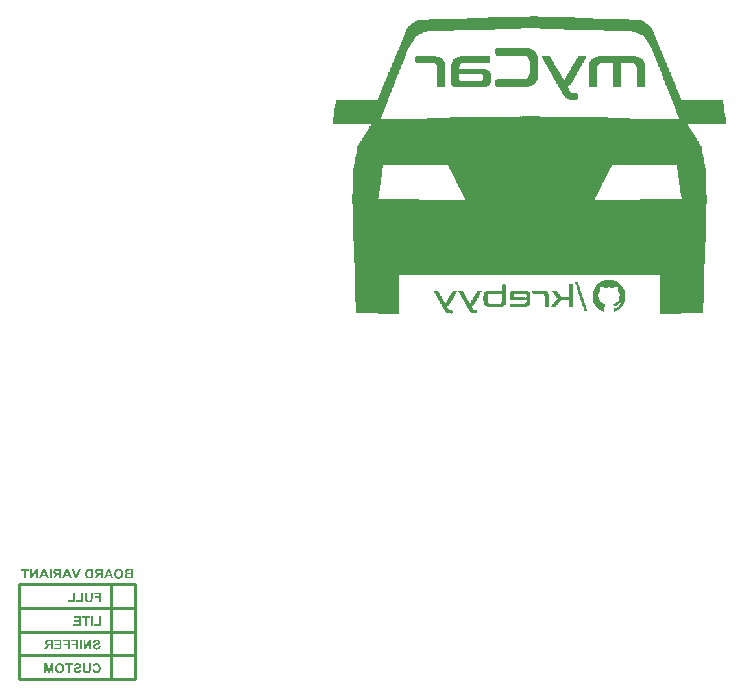
<source format=gbo>
G04*
G04 #@! TF.GenerationSoftware,Altium Limited,Altium Designer,22.10.1 (41)*
G04*
G04 Layer_Color=32896*
%FSLAX25Y25*%
%MOIN*%
G70*
G04*
G04 #@! TF.SameCoordinates,26C55208-6D98-4306-9539-90E50C8D8735*
G04*
G04*
G04 #@! TF.FilePolarity,Positive*
G04*
G01*
G75*
%ADD11C,0.01000*%
G36*
X191944Y138488D02*
X192161D01*
Y131349D01*
X191944D01*
Y131133D01*
X190646D01*
Y133296D01*
X188050D01*
Y133080D01*
X187618D01*
Y132647D01*
X187402D01*
Y132431D01*
X187185D01*
Y132214D01*
X186969D01*
Y131782D01*
X186753D01*
Y131565D01*
X186536D01*
Y131349D01*
X186320D01*
Y131133D01*
X184806D01*
Y131349D01*
X185022D01*
Y131565D01*
X185238D01*
Y131998D01*
X185455D01*
Y132214D01*
X185671D01*
Y132431D01*
X185887D01*
Y132863D01*
X186104D01*
Y133080D01*
X186320D01*
Y133296D01*
X186536D01*
Y133512D01*
X186753D01*
Y133729D01*
X186969D01*
Y134161D01*
X186536D01*
Y134594D01*
X186320D01*
Y134810D01*
X186104D01*
Y135026D01*
X185887D01*
Y135459D01*
X185671D01*
Y135675D01*
X185455D01*
Y136108D01*
X185238D01*
Y136541D01*
X186536D01*
Y136324D01*
X186753D01*
Y136108D01*
X186969D01*
Y135675D01*
X187185D01*
Y135459D01*
X187402D01*
Y135243D01*
X187618D01*
Y134810D01*
X187834D01*
Y134594D01*
X188050D01*
Y134377D01*
X190646D01*
Y136757D01*
Y136973D01*
Y138488D01*
X190863D01*
Y138704D01*
X191295D01*
Y138488D01*
X191512D01*
Y138704D01*
X191944D01*
Y138488D01*
D02*
G37*
G36*
X161660Y136108D02*
X161443D01*
Y135892D01*
X161227D01*
Y135459D01*
X161011D01*
Y135026D01*
X160794D01*
Y134810D01*
X160578D01*
Y134161D01*
X160362D01*
Y133945D01*
X160145D01*
Y133512D01*
X159929D01*
Y133080D01*
X159713D01*
Y132863D01*
X159496D01*
Y132431D01*
X159280D01*
Y131998D01*
X159064D01*
Y131782D01*
X158847D01*
Y131349D01*
X158415D01*
Y130700D01*
X158631D01*
Y130484D01*
X158847D01*
Y130051D01*
X159929D01*
Y129835D01*
X160145D01*
Y128970D01*
X158198D01*
Y129186D01*
X157982D01*
Y129402D01*
X157766D01*
Y129618D01*
X157550D01*
Y130051D01*
X157333D01*
Y130267D01*
X157117D01*
Y130700D01*
X156901D01*
Y131133D01*
X156684D01*
Y131349D01*
X156468D01*
Y131782D01*
X156252D01*
Y132214D01*
X156035D01*
Y132647D01*
X155819D01*
Y133080D01*
X155603D01*
Y133296D01*
X155386D01*
Y133729D01*
X155170D01*
Y134161D01*
X154954D01*
Y134377D01*
X154737D01*
Y135026D01*
X154521D01*
Y135243D01*
X154305D01*
Y135675D01*
X154088D01*
Y136108D01*
X153872D01*
Y136541D01*
X155170D01*
Y136324D01*
X155386D01*
Y135892D01*
X155603D01*
Y135675D01*
X155819D01*
Y135243D01*
X156035D01*
Y134810D01*
X156252D01*
Y134594D01*
X156468D01*
Y134161D01*
X156684D01*
Y133729D01*
X156901D01*
Y133512D01*
X157117D01*
Y133080D01*
X157333D01*
Y132647D01*
X157550D01*
Y132431D01*
X157982D01*
Y132863D01*
X158198D01*
Y133296D01*
X158415D01*
Y133512D01*
X158631D01*
Y133945D01*
X158847D01*
Y134377D01*
X159064D01*
Y134594D01*
X159280D01*
Y135026D01*
X159496D01*
Y135459D01*
X159713D01*
Y135675D01*
X159929D01*
Y136324D01*
X160145D01*
Y136541D01*
X161660D01*
Y136108D01*
D02*
G37*
G36*
X153439D02*
X153223D01*
Y135892D01*
X153007D01*
Y135243D01*
X152790D01*
Y135026D01*
X152574D01*
Y134594D01*
X152358D01*
Y134161D01*
X152142D01*
Y133945D01*
X151925D01*
Y133512D01*
X151709D01*
Y133080D01*
X151493D01*
Y132863D01*
X151276D01*
Y132431D01*
X151060D01*
Y131998D01*
X150844D01*
Y131565D01*
X150627D01*
Y131349D01*
X150195D01*
Y130700D01*
X150411D01*
Y130484D01*
X150627D01*
Y130051D01*
X151709D01*
Y129835D01*
X151925D01*
Y128970D01*
X151709D01*
Y128753D01*
X151493D01*
Y128970D01*
X149978D01*
Y129186D01*
X149762D01*
Y129402D01*
X149546D01*
Y129618D01*
X149329D01*
Y130051D01*
X149113D01*
Y130267D01*
X148897D01*
Y130700D01*
X148680D01*
Y131133D01*
X148464D01*
Y131565D01*
X148248D01*
Y131998D01*
X148031D01*
Y132214D01*
X147815D01*
Y132647D01*
X147599D01*
Y133080D01*
X147382D01*
Y133296D01*
X147166D01*
Y133729D01*
X146950D01*
Y134161D01*
X146734D01*
Y134594D01*
X146517D01*
Y135026D01*
X146301D01*
Y135243D01*
X146085D01*
Y135675D01*
X145868D01*
Y136108D01*
X145652D01*
Y136541D01*
X146950D01*
Y136324D01*
X147166D01*
Y136108D01*
X147382D01*
Y135675D01*
X147599D01*
Y135243D01*
X147815D01*
Y134810D01*
X148031D01*
Y134594D01*
X148248D01*
Y134161D01*
X148464D01*
Y133729D01*
X148680D01*
Y133512D01*
X148897D01*
Y133080D01*
X149113D01*
Y132647D01*
X149329D01*
Y132431D01*
X149762D01*
Y132863D01*
X149978D01*
Y133080D01*
X150195D01*
Y133512D01*
X150411D01*
Y133945D01*
X150627D01*
Y134377D01*
X150844D01*
Y134594D01*
X151060D01*
Y135026D01*
X151276D01*
Y135459D01*
X151493D01*
Y135675D01*
X151709D01*
Y135892D01*
Y136108D01*
X151925D01*
Y136541D01*
X153439D01*
Y136108D01*
D02*
G37*
G36*
X182859Y136324D02*
X183291D01*
Y136108D01*
X183508D01*
Y135892D01*
X183724D01*
Y135459D01*
X183940D01*
Y131133D01*
X182643D01*
Y133080D01*
Y133296D01*
Y134810D01*
X182426D01*
Y135243D01*
X181994D01*
Y135459D01*
X178749D01*
Y135675D01*
X178533D01*
Y136324D01*
X178749D01*
Y136541D01*
X182859D01*
Y136324D01*
D02*
G37*
G36*
X176802D02*
X177235D01*
Y136108D01*
X177451D01*
Y135892D01*
X177667D01*
Y135675D01*
X177884D01*
Y131998D01*
X177667D01*
Y131565D01*
X177451D01*
Y131349D01*
X176802D01*
Y131133D01*
X171178D01*
Y131349D01*
X170961D01*
Y131998D01*
X171178D01*
Y132214D01*
X176153D01*
Y132431D01*
X176369D01*
Y132647D01*
X176586D01*
Y133296D01*
X176369D01*
Y133512D01*
X170961D01*
Y135892D01*
X171178D01*
Y136108D01*
X171394D01*
Y136324D01*
X171610D01*
Y136541D01*
X176802D01*
Y136324D01*
D02*
G37*
G36*
X169447Y138488D02*
X169880D01*
Y132863D01*
X169663D01*
Y131782D01*
X169447D01*
Y131565D01*
X169231D01*
Y131349D01*
X168582D01*
Y131133D01*
X163390D01*
Y131349D01*
X162741D01*
Y131565D01*
X162525D01*
Y131782D01*
X162309D01*
Y133080D01*
X162092D01*
Y134810D01*
X162309D01*
Y135675D01*
X162525D01*
Y135892D01*
X162741D01*
Y136108D01*
X162958D01*
Y136324D01*
X163174D01*
Y136541D01*
X168366D01*
Y138488D01*
X168798D01*
Y138704D01*
X169447D01*
Y138488D01*
D02*
G37*
G36*
X205789Y139785D02*
X206221D01*
Y139569D01*
X206654D01*
Y139353D01*
X207087D01*
Y139136D01*
X207303D01*
Y138920D01*
X207519D01*
Y138704D01*
X207736D01*
Y138488D01*
X207952D01*
Y138271D01*
X208168D01*
Y138055D01*
X208384D01*
Y137838D01*
X208601D01*
Y137622D01*
X208817D01*
Y137190D01*
X209033D01*
Y136757D01*
X209250D01*
Y136108D01*
X209466D01*
Y133080D01*
X209250D01*
Y132647D01*
X209033D01*
Y131998D01*
X208817D01*
Y131782D01*
X208601D01*
Y131349D01*
X208384D01*
Y131133D01*
X208168D01*
Y130916D01*
X207952D01*
Y130700D01*
X207736D01*
Y130484D01*
X207519D01*
Y130267D01*
X207303D01*
Y130051D01*
X206870D01*
Y129835D01*
X206654D01*
Y129618D01*
X206005D01*
Y129402D01*
X205572D01*
Y130484D01*
X205789D01*
Y130700D01*
X206005D01*
Y130484D01*
X206221D01*
Y130700D01*
X206870D01*
Y130916D01*
X207087D01*
Y131133D01*
X207303D01*
Y131565D01*
X207519D01*
Y131782D01*
X207736D01*
Y131998D01*
X207952D01*
Y132431D01*
X207519D01*
Y132214D01*
X207303D01*
Y131998D01*
X207087D01*
Y131782D01*
X206870D01*
Y131565D01*
X206654D01*
Y131349D01*
X205572D01*
Y131565D01*
X205356D01*
Y132214D01*
X206005D01*
Y132431D01*
X206438D01*
Y132647D01*
X206870D01*
Y132863D01*
X207087D01*
Y133080D01*
X207303D01*
Y133729D01*
X207519D01*
Y134594D01*
X207736D01*
Y135243D01*
X207519D01*
Y135675D01*
X207303D01*
Y136108D01*
X207087D01*
Y137838D01*
X206221D01*
Y137622D01*
X205789D01*
Y137406D01*
X204491D01*
Y137622D01*
X203625D01*
Y137406D01*
X202328D01*
Y137622D01*
X201895D01*
Y137838D01*
X201030D01*
Y136108D01*
X200813D01*
Y135892D01*
X200597D01*
Y135243D01*
X200381D01*
Y134377D01*
X200597D01*
Y133729D01*
X200813D01*
Y133296D01*
X201030D01*
Y132863D01*
X201246D01*
Y132647D01*
X201679D01*
Y132431D01*
X202111D01*
Y132214D01*
X202760D01*
Y131133D01*
X202544D01*
Y129402D01*
X202111D01*
Y129618D01*
X201462D01*
Y129835D01*
X201246D01*
Y130051D01*
X200813D01*
Y130267D01*
X200597D01*
Y130484D01*
X200381D01*
Y130700D01*
X200164D01*
Y130916D01*
X199948D01*
Y131133D01*
X199732D01*
Y131349D01*
X199515D01*
Y131565D01*
X199299D01*
Y131998D01*
X199083D01*
Y132431D01*
X198866D01*
Y133080D01*
X198650D01*
Y136324D01*
X198866D01*
Y136541D01*
X199083D01*
Y137190D01*
X199299D01*
Y137622D01*
X199515D01*
Y137838D01*
X199732D01*
Y138271D01*
X199948D01*
Y138488D01*
X200164D01*
Y138704D01*
X200381D01*
Y138920D01*
X200813D01*
Y139136D01*
X201030D01*
Y139353D01*
X201462D01*
Y139569D01*
X201895D01*
Y139785D01*
X202328D01*
Y140002D01*
X205789D01*
Y139785D01*
D02*
G37*
G36*
X193675Y139136D02*
X193891D01*
Y138488D01*
X194107D01*
Y137622D01*
X194324D01*
Y137190D01*
X194540D01*
Y136324D01*
X194756D01*
Y135675D01*
X194973D01*
Y135243D01*
X195189D01*
Y134810D01*
Y134594D01*
Y134377D01*
X195405D01*
Y133729D01*
X195622D01*
Y133080D01*
X195838D01*
Y132431D01*
X196054D01*
Y131782D01*
X196271D01*
Y131133D01*
X196487D01*
Y130267D01*
X196703D01*
Y129618D01*
X195838D01*
Y130051D01*
X195622D01*
Y130916D01*
X195405D01*
Y131349D01*
X195189D01*
Y132214D01*
X194973D01*
Y132863D01*
X194756D01*
Y133512D01*
X194540D01*
Y134161D01*
X194324D01*
Y134810D01*
X194107D01*
Y135459D01*
X193891D01*
Y136324D01*
X193675D01*
Y136757D01*
X193458D01*
Y137622D01*
X193242D01*
Y138271D01*
X193026D01*
Y138704D01*
X192810D01*
Y139353D01*
X193675D01*
Y139136D01*
D02*
G37*
G36*
X180263Y227827D02*
X187185D01*
Y227611D01*
X192593D01*
Y227395D01*
X198866D01*
Y227178D01*
X206221D01*
Y226962D01*
X210764D01*
Y226746D01*
X215090D01*
Y226529D01*
X215307D01*
Y226313D01*
X215739D01*
Y226097D01*
X215956D01*
Y225880D01*
X216172D01*
Y225664D01*
X216388D01*
Y225448D01*
X216821D01*
Y225231D01*
X217037D01*
Y225015D01*
X217254D01*
Y224799D01*
X217686D01*
Y224583D01*
X217903D01*
Y224366D01*
X218119D01*
Y224150D01*
X218335D01*
Y223717D01*
X218551D01*
Y223285D01*
X218768D01*
Y222636D01*
X218984D01*
Y222203D01*
X219200D01*
Y221770D01*
X219417D01*
Y221121D01*
X219633D01*
Y220472D01*
X219849D01*
Y220040D01*
X220066D01*
Y219391D01*
X220282D01*
Y219175D01*
X220498D01*
Y218526D01*
X220715D01*
Y217877D01*
X220931D01*
Y217444D01*
X221147D01*
Y216795D01*
X221364D01*
Y216362D01*
X221580D01*
Y215930D01*
X221796D01*
Y215281D01*
X222013D01*
Y214848D01*
X222229D01*
Y214416D01*
X222445D01*
Y213767D01*
X222662D01*
Y213334D01*
X222878D01*
Y212685D01*
X223094D01*
Y212252D01*
X223311D01*
Y211820D01*
X223527D01*
Y211171D01*
X223743D01*
Y210738D01*
X223959D01*
Y210089D01*
X224176D01*
Y209440D01*
X224392D01*
Y209224D01*
X224608D01*
Y208575D01*
X224825D01*
Y207926D01*
X225041D01*
Y207493D01*
X225257D01*
Y206844D01*
X225474D01*
Y206412D01*
X225690D01*
Y205979D01*
X225906D01*
Y205330D01*
X226123D01*
Y204897D01*
X226339D01*
Y204248D01*
X226555D01*
Y203816D01*
X226772D01*
Y203383D01*
X226988D01*
Y202734D01*
X227204D01*
Y202302D01*
X227421D01*
Y201653D01*
X227637D01*
Y201004D01*
X227853D01*
Y200787D01*
X228070D01*
Y200138D01*
X242130D01*
Y198840D01*
X242347D01*
Y197543D01*
X242563D01*
Y195596D01*
X242779D01*
Y194298D01*
X242996D01*
Y192567D01*
X243212D01*
Y191918D01*
X230449D01*
Y191486D01*
X230665D01*
Y191269D01*
X230882D01*
Y190837D01*
X231098D01*
Y190404D01*
X231314D01*
Y190188D01*
X231531D01*
Y189755D01*
X231747D01*
Y189322D01*
X231963D01*
Y189106D01*
X232180D01*
Y188673D01*
X232396D01*
Y188457D01*
X232612D01*
Y188025D01*
X232829D01*
Y187592D01*
X233045D01*
Y187376D01*
X233261D01*
Y186943D01*
X233478D01*
Y186510D01*
X233694D01*
Y186294D01*
X233910D01*
Y185861D01*
X234126D01*
Y185429D01*
X234343D01*
Y185212D01*
X234559D01*
Y184780D01*
X234775D01*
Y184564D01*
X234992D01*
Y183265D01*
X235208D01*
Y182184D01*
X235424D01*
Y181102D01*
X235641D01*
Y179588D01*
X235857D01*
Y178723D01*
X236073D01*
Y177425D01*
X236290D01*
Y175911D01*
X236506D01*
Y168340D01*
X236722D01*
Y165311D01*
X236506D01*
Y160552D01*
X236290D01*
Y152765D01*
X236073D01*
Y145410D01*
X235857D01*
Y140651D01*
X235641D01*
Y132431D01*
X235424D01*
Y128970D01*
X228070D01*
Y128753D01*
X221147D01*
Y141516D01*
X220931D01*
Y141732D01*
X134187D01*
Y141516D01*
X133971D01*
Y128753D01*
X127049D01*
Y128970D01*
X119694D01*
Y132647D01*
X119477D01*
Y140651D01*
X119261D01*
Y145626D01*
X119045D01*
Y152981D01*
X118828D01*
Y160768D01*
X118612D01*
Y165311D01*
X118396D01*
Y168556D01*
X118612D01*
Y175911D01*
X118828D01*
Y177425D01*
X119045D01*
Y178723D01*
X119261D01*
Y179588D01*
X119477D01*
Y181102D01*
X119694D01*
Y182184D01*
X119910D01*
Y183265D01*
X120126D01*
Y184564D01*
X120343D01*
Y184780D01*
X120559D01*
Y185212D01*
X120775D01*
Y185645D01*
X120992D01*
Y185861D01*
X121208D01*
Y186294D01*
X121424D01*
Y186510D01*
X121641D01*
Y186943D01*
X121857D01*
Y187376D01*
X122073D01*
Y187592D01*
X122290D01*
Y188025D01*
X122506D01*
Y188457D01*
X122722D01*
Y188673D01*
X122939D01*
Y189106D01*
X123155D01*
Y189322D01*
X123371D01*
Y189755D01*
X123587D01*
Y190188D01*
X123804D01*
Y190404D01*
X124020D01*
Y190837D01*
X124236D01*
Y191269D01*
X124453D01*
Y191486D01*
X124669D01*
Y191918D01*
X111906D01*
Y192567D01*
X112122D01*
Y194298D01*
X112339D01*
Y195596D01*
X112555D01*
Y197543D01*
X112771D01*
Y198840D01*
X112988D01*
Y200138D01*
X127049D01*
Y200787D01*
X127265D01*
Y201004D01*
X127481D01*
Y201653D01*
X127698D01*
Y202302D01*
X127914D01*
Y202734D01*
X128130D01*
Y203383D01*
X128347D01*
Y203816D01*
X128563D01*
Y204248D01*
X128779D01*
Y204897D01*
X128995D01*
Y205330D01*
X129212D01*
Y205979D01*
X129428D01*
Y206412D01*
X129644D01*
Y206844D01*
X129861D01*
Y207493D01*
X130077D01*
Y207926D01*
X130293D01*
Y208575D01*
X130510D01*
Y209224D01*
X130726D01*
Y209440D01*
X130942D01*
Y210089D01*
X131159D01*
Y210738D01*
X131375D01*
Y211171D01*
X131591D01*
Y211820D01*
X131808D01*
Y212252D01*
X132024D01*
Y212685D01*
X132240D01*
Y213334D01*
X132457D01*
Y213767D01*
X132673D01*
Y214416D01*
X132889D01*
Y214848D01*
X133106D01*
Y215281D01*
X133322D01*
Y215930D01*
X133538D01*
Y216362D01*
X133754D01*
Y216795D01*
X133971D01*
Y217444D01*
X134187D01*
Y217877D01*
X134403D01*
Y218526D01*
X134620D01*
Y219175D01*
X134836D01*
Y219391D01*
X135052D01*
Y220040D01*
X135269D01*
Y220472D01*
X135485D01*
Y221121D01*
X135701D01*
Y221770D01*
X135918D01*
Y221987D01*
X136134D01*
Y222636D01*
X136350D01*
Y223285D01*
X136567D01*
Y223717D01*
X136783D01*
Y224150D01*
X136999D01*
Y224366D01*
X137216D01*
Y224583D01*
X137432D01*
Y224799D01*
X137864D01*
Y225015D01*
X138081D01*
Y225231D01*
X138297D01*
Y225448D01*
X138514D01*
Y225664D01*
X138946D01*
Y225880D01*
X139162D01*
Y226097D01*
X139379D01*
Y226313D01*
X139811D01*
Y226529D01*
X140028D01*
Y226746D01*
X143921D01*
Y226962D01*
X148680D01*
Y227178D01*
X156684D01*
Y227395D01*
X163607D01*
Y227611D01*
X169231D01*
Y227827D01*
X177667D01*
Y228044D01*
X180263D01*
Y227827D01*
D02*
G37*
G36*
X18905Y9055D02*
X18309D01*
Y11568D01*
X17681Y9055D01*
X17057D01*
X16429Y11568D01*
X16424Y9055D01*
X15828D01*
Y12252D01*
X16799D01*
X17367Y10067D01*
X17940Y12252D01*
X18905D01*
Y9055D01*
D02*
G37*
G36*
X33274Y12308D02*
X33394Y12294D01*
X33500Y12271D01*
X33606Y12243D01*
X33699Y12211D01*
X33791Y12174D01*
X33869Y12132D01*
X33943Y12090D01*
X34013Y12049D01*
X34068Y12007D01*
X34119Y11970D01*
X34161Y11938D01*
X34193Y11910D01*
X34216Y11887D01*
X34230Y11873D01*
X34234Y11869D01*
X34308Y11781D01*
X34369Y11688D01*
X34424Y11592D01*
X34470Y11490D01*
X34512Y11384D01*
X34544Y11282D01*
X34572Y11180D01*
X34595Y11083D01*
X34613Y10986D01*
X34623Y10903D01*
X34632Y10825D01*
X34641Y10760D01*
Y10704D01*
X34646Y10663D01*
Y10635D01*
Y10631D01*
Y10626D01*
X34641Y10487D01*
X34627Y10358D01*
X34609Y10233D01*
X34581Y10122D01*
X34553Y10016D01*
X34516Y9914D01*
X34479Y9827D01*
X34442Y9748D01*
X34405Y9674D01*
X34369Y9610D01*
X34332Y9559D01*
X34304Y9512D01*
X34276Y9480D01*
X34258Y9452D01*
X34244Y9439D01*
X34239Y9434D01*
X34161Y9355D01*
X34077Y9291D01*
X33990Y9231D01*
X33902Y9184D01*
X33814Y9143D01*
X33726Y9106D01*
X33643Y9078D01*
X33565Y9055D01*
X33486Y9037D01*
X33417Y9023D01*
X33352Y9014D01*
X33301Y9009D01*
X33255Y9004D01*
X33223Y9000D01*
X33195D01*
X33098Y9004D01*
X33010Y9009D01*
X32922Y9023D01*
X32844Y9041D01*
X32770Y9060D01*
X32701Y9078D01*
X32636Y9101D01*
X32576Y9129D01*
X32525Y9152D01*
X32479Y9175D01*
X32437Y9194D01*
X32405Y9212D01*
X32377Y9231D01*
X32359Y9245D01*
X32350Y9249D01*
X32345Y9254D01*
X32285Y9305D01*
X32229Y9360D01*
X32128Y9485D01*
X32045Y9614D01*
X31980Y9739D01*
X31952Y9799D01*
X31929Y9854D01*
X31911Y9905D01*
X31892Y9947D01*
X31878Y9984D01*
X31869Y10011D01*
X31864Y10030D01*
Y10035D01*
X32493Y10229D01*
X32530Y10104D01*
X32571Y9998D01*
X32613Y9910D01*
X32659Y9836D01*
X32696Y9780D01*
X32728Y9743D01*
X32752Y9720D01*
X32761Y9711D01*
X32835Y9656D01*
X32909Y9619D01*
X32983Y9591D01*
X33047Y9568D01*
X33107Y9559D01*
X33158Y9554D01*
X33176Y9549D01*
X33200D01*
X33264Y9554D01*
X33324Y9559D01*
X33435Y9591D01*
X33532Y9628D01*
X33611Y9679D01*
X33676Y9725D01*
X33722Y9762D01*
X33740Y9780D01*
X33754Y9794D01*
X33759Y9799D01*
X33763Y9804D01*
X33800Y9854D01*
X33833Y9914D01*
X33865Y9979D01*
X33888Y10048D01*
X33925Y10192D01*
X33953Y10335D01*
X33962Y10404D01*
X33966Y10464D01*
X33976Y10524D01*
Y10575D01*
X33980Y10612D01*
Y10644D01*
Y10667D01*
Y10672D01*
X33976Y10778D01*
X33971Y10875D01*
X33962Y10963D01*
X33948Y11046D01*
X33930Y11120D01*
X33911Y11190D01*
X33893Y11250D01*
X33869Y11305D01*
X33851Y11351D01*
X33833Y11393D01*
X33814Y11425D01*
X33796Y11453D01*
X33782Y11476D01*
X33773Y11490D01*
X33763Y11499D01*
Y11504D01*
X33722Y11550D01*
X33676Y11592D01*
X33629Y11624D01*
X33579Y11652D01*
X33481Y11698D01*
X33389Y11730D01*
X33310Y11749D01*
X33274Y11753D01*
X33246Y11758D01*
X33218Y11762D01*
X33186D01*
X33093Y11758D01*
X33010Y11739D01*
X32936Y11716D01*
X32872Y11688D01*
X32821Y11661D01*
X32784Y11638D01*
X32761Y11619D01*
X32752Y11615D01*
X32691Y11559D01*
X32636Y11495D01*
X32594Y11430D01*
X32562Y11365D01*
X32539Y11310D01*
X32525Y11268D01*
X32516Y11250D01*
Y11236D01*
X32511Y11231D01*
Y11226D01*
X31874Y11379D01*
X31920Y11513D01*
X31971Y11628D01*
X32026Y11730D01*
X32077Y11813D01*
X32128Y11878D01*
X32146Y11906D01*
X32165Y11929D01*
X32179Y11943D01*
X32193Y11957D01*
X32197Y11966D01*
X32202D01*
X32271Y12026D01*
X32350Y12081D01*
X32423Y12127D01*
X32502Y12164D01*
X32585Y12201D01*
X32664Y12229D01*
X32742Y12252D01*
X32816Y12271D01*
X32886Y12285D01*
X32950Y12294D01*
X33006Y12303D01*
X33056Y12308D01*
X33098Y12312D01*
X33153D01*
X33274Y12308D01*
D02*
G37*
G36*
X31315Y10543D02*
Y10446D01*
X31310Y10353D01*
Y10266D01*
X31305Y10187D01*
X31301Y10113D01*
X31296Y10048D01*
X31292Y9988D01*
X31282Y9933D01*
X31278Y9887D01*
X31273Y9845D01*
X31269Y9808D01*
X31264Y9780D01*
X31259Y9757D01*
Y9743D01*
X31255Y9734D01*
Y9730D01*
X31231Y9660D01*
X31208Y9596D01*
X31176Y9536D01*
X31148Y9485D01*
X31121Y9439D01*
X31097Y9402D01*
X31079Y9383D01*
X31074Y9374D01*
X31019Y9314D01*
X30959Y9258D01*
X30894Y9212D01*
X30834Y9171D01*
X30783Y9138D01*
X30737Y9115D01*
X30709Y9101D01*
X30705Y9097D01*
X30700D01*
X30654Y9078D01*
X30603Y9064D01*
X30488Y9037D01*
X30372Y9018D01*
X30261Y9009D01*
X30211Y9004D01*
X30160Y9000D01*
X30118D01*
X30077Y8995D01*
X30003D01*
X29869Y9000D01*
X29748Y9009D01*
X29642Y9027D01*
X29554Y9046D01*
X29517Y9050D01*
X29480Y9060D01*
X29453Y9069D01*
X29430Y9078D01*
X29411Y9083D01*
X29397Y9087D01*
X29393Y9092D01*
X29388D01*
X29305Y9129D01*
X29231Y9175D01*
X29166Y9217D01*
X29111Y9258D01*
X29069Y9295D01*
X29037Y9323D01*
X29019Y9341D01*
X29014Y9351D01*
X28963Y9415D01*
X28921Y9485D01*
X28889Y9549D01*
X28861Y9614D01*
X28843Y9670D01*
X28829Y9716D01*
X28824Y9730D01*
Y9743D01*
X28820Y9748D01*
Y9753D01*
X28811Y9804D01*
X28801Y9859D01*
X28792Y9919D01*
X28787Y9979D01*
X28778Y10118D01*
X28769Y10252D01*
Y10312D01*
Y10372D01*
X28764Y10427D01*
Y10473D01*
Y10510D01*
Y10543D01*
Y10561D01*
Y10566D01*
Y12252D01*
X29411D01*
Y10478D01*
Y10409D01*
Y10344D01*
X29416Y10284D01*
Y10229D01*
X29421Y10182D01*
Y10136D01*
X29425Y10095D01*
Y10058D01*
X29434Y10002D01*
X29439Y9961D01*
X29444Y9938D01*
Y9928D01*
X29457Y9868D01*
X29480Y9817D01*
X29508Y9771D01*
X29536Y9730D01*
X29564Y9697D01*
X29587Y9674D01*
X29605Y9660D01*
X29610Y9656D01*
X29665Y9619D01*
X29735Y9591D01*
X29799Y9572D01*
X29869Y9559D01*
X29929Y9549D01*
X29975Y9545D01*
X30021D01*
X30118Y9549D01*
X30201Y9563D01*
X30275Y9582D01*
X30340Y9605D01*
X30386Y9623D01*
X30423Y9642D01*
X30441Y9656D01*
X30451Y9660D01*
X30501Y9707D01*
X30543Y9762D01*
X30580Y9813D01*
X30603Y9864D01*
X30622Y9910D01*
X30635Y9947D01*
X30645Y9970D01*
Y9979D01*
X30649Y10007D01*
X30654Y10035D01*
Y10071D01*
X30659Y10113D01*
X30663Y10201D01*
Y10293D01*
X30668Y10376D01*
Y10413D01*
Y10450D01*
Y10478D01*
Y10497D01*
Y10510D01*
Y10515D01*
Y12252D01*
X31315D01*
Y10543D01*
D02*
G37*
G36*
X25327Y11712D02*
X24380D01*
Y9055D01*
X23733D01*
Y11712D01*
X22791D01*
Y12252D01*
X25327D01*
Y11712D01*
D02*
G37*
G36*
X27101Y12308D02*
X27221Y12294D01*
X27328Y12275D01*
X27420Y12257D01*
X27462Y12243D01*
X27498Y12234D01*
X27526Y12224D01*
X27554Y12215D01*
X27573Y12206D01*
X27586Y12201D01*
X27596Y12197D01*
X27600D01*
X27693Y12150D01*
X27771Y12100D01*
X27840Y12044D01*
X27896Y11993D01*
X27942Y11947D01*
X27970Y11910D01*
X27993Y11883D01*
X27997Y11878D01*
Y11873D01*
X28044Y11795D01*
X28076Y11712D01*
X28099Y11633D01*
X28113Y11564D01*
X28122Y11504D01*
X28131Y11457D01*
Y11439D01*
Y11425D01*
Y11421D01*
Y11416D01*
X28127Y11347D01*
X28118Y11277D01*
X28104Y11217D01*
X28085Y11157D01*
X28039Y11046D01*
X27984Y10949D01*
X27961Y10908D01*
X27933Y10875D01*
X27910Y10843D01*
X27887Y10815D01*
X27868Y10797D01*
X27854Y10783D01*
X27845Y10774D01*
X27840Y10769D01*
X27799Y10737D01*
X27748Y10704D01*
X27697Y10672D01*
X27637Y10644D01*
X27522Y10589D01*
X27402Y10543D01*
X27341Y10524D01*
X27291Y10506D01*
X27240Y10492D01*
X27198Y10478D01*
X27166Y10469D01*
X27138Y10460D01*
X27120Y10455D01*
X27115D01*
X27041Y10436D01*
X26976Y10418D01*
X26916Y10404D01*
X26861Y10390D01*
X26815Y10376D01*
X26773Y10367D01*
X26736Y10353D01*
X26704Y10344D01*
X26676Y10340D01*
X26653Y10330D01*
X26621Y10321D01*
X26602Y10312D01*
X26598D01*
X26538Y10289D01*
X26491Y10266D01*
X26450Y10242D01*
X26417Y10219D01*
X26394Y10201D01*
X26381Y10187D01*
X26371Y10178D01*
X26367Y10173D01*
X26344Y10141D01*
X26325Y10108D01*
X26316Y10076D01*
X26307Y10048D01*
X26302Y10021D01*
X26297Y9998D01*
Y9984D01*
Y9979D01*
X26302Y9914D01*
X26320Y9859D01*
X26348Y9804D01*
X26376Y9757D01*
X26408Y9720D01*
X26431Y9693D01*
X26450Y9674D01*
X26459Y9670D01*
X26524Y9628D01*
X26598Y9596D01*
X26676Y9572D01*
X26750Y9559D01*
X26819Y9549D01*
X26875Y9540D01*
X26926D01*
X27032Y9545D01*
X27124Y9563D01*
X27203Y9586D01*
X27272Y9614D01*
X27328Y9642D01*
X27365Y9665D01*
X27388Y9683D01*
X27397Y9688D01*
X27457Y9753D01*
X27503Y9822D01*
X27545Y9901D01*
X27573Y9979D01*
X27596Y10048D01*
X27614Y10104D01*
X27619Y10122D01*
Y10141D01*
X27623Y10150D01*
Y10155D01*
X28252Y10095D01*
X28238Y9998D01*
X28219Y9905D01*
X28192Y9817D01*
X28168Y9739D01*
X28136Y9665D01*
X28104Y9596D01*
X28071Y9536D01*
X28039Y9480D01*
X28007Y9434D01*
X27974Y9392D01*
X27947Y9355D01*
X27919Y9323D01*
X27900Y9300D01*
X27882Y9286D01*
X27873Y9277D01*
X27868Y9272D01*
X27804Y9221D01*
X27734Y9180D01*
X27660Y9143D01*
X27582Y9110D01*
X27508Y9087D01*
X27429Y9064D01*
X27277Y9032D01*
X27207Y9018D01*
X27143Y9009D01*
X27087Y9004D01*
X27036Y9000D01*
X26995Y8995D01*
X26935D01*
X26787Y9000D01*
X26653Y9014D01*
X26533Y9032D01*
X26482Y9041D01*
X26431Y9055D01*
X26390Y9064D01*
X26353Y9074D01*
X26320Y9083D01*
X26293Y9092D01*
X26270Y9101D01*
X26256Y9106D01*
X26247Y9110D01*
X26242D01*
X26140Y9161D01*
X26057Y9217D01*
X25979Y9272D01*
X25918Y9332D01*
X25872Y9383D01*
X25835Y9429D01*
X25817Y9457D01*
X25808Y9462D01*
Y9466D01*
X25757Y9559D01*
X25715Y9646D01*
X25688Y9734D01*
X25669Y9817D01*
X25660Y9882D01*
X25655Y9914D01*
X25651Y9938D01*
Y9956D01*
Y9970D01*
Y9979D01*
Y9984D01*
X25655Y10095D01*
X25669Y10192D01*
X25692Y10279D01*
X25715Y10353D01*
X25738Y10413D01*
X25761Y10455D01*
X25775Y10483D01*
X25780Y10492D01*
X25831Y10566D01*
X25891Y10631D01*
X25951Y10686D01*
X26006Y10732D01*
X26057Y10769D01*
X26099Y10797D01*
X26126Y10815D01*
X26131Y10820D01*
X26136D01*
X26182Y10843D01*
X26228Y10866D01*
X26339Y10908D01*
X26454Y10945D01*
X26565Y10982D01*
X26616Y10995D01*
X26667Y11009D01*
X26713Y11023D01*
X26750Y11033D01*
X26782Y11042D01*
X26805Y11046D01*
X26824Y11051D01*
X26829D01*
X26912Y11074D01*
X26986Y11092D01*
X27055Y11111D01*
X27120Y11129D01*
X27171Y11148D01*
X27221Y11166D01*
X27263Y11185D01*
X27300Y11199D01*
X27332Y11213D01*
X27355Y11226D01*
X27378Y11236D01*
X27392Y11245D01*
X27415Y11259D01*
X27420Y11264D01*
X27452Y11296D01*
X27475Y11328D01*
X27489Y11361D01*
X27498Y11393D01*
X27508Y11416D01*
X27512Y11439D01*
Y11453D01*
Y11457D01*
X27508Y11504D01*
X27498Y11541D01*
X27480Y11578D01*
X27462Y11605D01*
X27443Y11628D01*
X27425Y11642D01*
X27415Y11652D01*
X27411Y11656D01*
X27346Y11698D01*
X27277Y11726D01*
X27203Y11749D01*
X27134Y11762D01*
X27073Y11772D01*
X27023Y11776D01*
X26976D01*
X26880Y11772D01*
X26796Y11758D01*
X26727Y11739D01*
X26672Y11721D01*
X26625Y11702D01*
X26593Y11684D01*
X26575Y11670D01*
X26570Y11665D01*
X26524Y11619D01*
X26482Y11564D01*
X26450Y11508D01*
X26427Y11448D01*
X26408Y11397D01*
X26399Y11356D01*
X26390Y11323D01*
Y11319D01*
Y11314D01*
X25743Y11337D01*
X25748Y11421D01*
X25761Y11495D01*
X25780Y11568D01*
X25803Y11633D01*
X25826Y11698D01*
X25854Y11758D01*
X25881Y11809D01*
X25909Y11859D01*
X25942Y11901D01*
X25969Y11938D01*
X25997Y11970D01*
X26020Y11998D01*
X26039Y12016D01*
X26052Y12030D01*
X26062Y12040D01*
X26066Y12044D01*
X26126Y12090D01*
X26191Y12132D01*
X26260Y12169D01*
X26334Y12201D01*
X26408Y12224D01*
X26482Y12247D01*
X26630Y12280D01*
X26699Y12289D01*
X26759Y12298D01*
X26819Y12303D01*
X26870Y12308D01*
X26912Y12312D01*
X26967D01*
X27101Y12308D01*
D02*
G37*
G36*
X21100D02*
X21234Y12294D01*
X21349Y12271D01*
X21451Y12247D01*
X21493Y12234D01*
X21534Y12224D01*
X21566Y12215D01*
X21594Y12201D01*
X21617Y12197D01*
X21636Y12188D01*
X21645Y12183D01*
X21650D01*
X21733Y12146D01*
X21811Y12100D01*
X21881Y12049D01*
X21941Y12003D01*
X21992Y11961D01*
X22033Y11924D01*
X22056Y11901D01*
X22061Y11896D01*
X22065Y11892D01*
X22130Y11818D01*
X22190Y11739D01*
X22241Y11670D01*
X22283Y11601D01*
X22315Y11541D01*
X22343Y11495D01*
X22347Y11476D01*
X22356Y11462D01*
X22361Y11457D01*
Y11453D01*
X22407Y11323D01*
X22444Y11185D01*
X22467Y11046D01*
X22486Y10917D01*
X22490Y10857D01*
X22495Y10802D01*
X22500Y10755D01*
Y10714D01*
X22504Y10677D01*
Y10654D01*
Y10635D01*
Y10631D01*
X22500Y10492D01*
X22486Y10358D01*
X22467Y10233D01*
X22440Y10118D01*
X22407Y10011D01*
X22370Y9914D01*
X22333Y9822D01*
X22292Y9743D01*
X22255Y9670D01*
X22218Y9610D01*
X22181Y9554D01*
X22149Y9508D01*
X22121Y9476D01*
X22102Y9448D01*
X22088Y9434D01*
X22084Y9429D01*
X22001Y9351D01*
X21913Y9286D01*
X21825Y9226D01*
X21728Y9180D01*
X21636Y9138D01*
X21539Y9101D01*
X21451Y9074D01*
X21359Y9050D01*
X21275Y9032D01*
X21197Y9018D01*
X21128Y9009D01*
X21068Y9004D01*
X21021Y9000D01*
X20984Y8995D01*
X20952D01*
X20823Y9000D01*
X20703Y9014D01*
X20587Y9037D01*
X20481Y9064D01*
X20379Y9097D01*
X20287Y9134D01*
X20204Y9171D01*
X20125Y9212D01*
X20060Y9254D01*
X20000Y9291D01*
X19950Y9328D01*
X19908Y9360D01*
X19871Y9388D01*
X19848Y9411D01*
X19834Y9425D01*
X19829Y9429D01*
X19755Y9517D01*
X19691Y9610D01*
X19631Y9707D01*
X19584Y9804D01*
X19543Y9905D01*
X19506Y10007D01*
X19478Y10108D01*
X19455Y10205D01*
X19441Y10293D01*
X19427Y10381D01*
X19418Y10455D01*
X19409Y10520D01*
Y10575D01*
X19404Y10617D01*
Y10640D01*
Y10649D01*
X19409Y10792D01*
X19423Y10926D01*
X19441Y11051D01*
X19469Y11171D01*
X19501Y11277D01*
X19538Y11379D01*
X19575Y11471D01*
X19617Y11550D01*
X19658Y11624D01*
X19695Y11688D01*
X19732Y11744D01*
X19765Y11790D01*
X19788Y11823D01*
X19811Y11850D01*
X19825Y11864D01*
X19829Y11869D01*
X19913Y11947D01*
X20000Y12016D01*
X20093Y12077D01*
X20185Y12127D01*
X20282Y12169D01*
X20374Y12206D01*
X20467Y12234D01*
X20555Y12257D01*
X20638Y12275D01*
X20716Y12289D01*
X20786Y12298D01*
X20846Y12308D01*
X20892D01*
X20929Y12312D01*
X20961D01*
X21100Y12308D01*
D02*
G37*
G36*
X31495Y16929D02*
X30899D01*
Y19036D01*
X29601Y16929D01*
X28954D01*
Y20126D01*
X29550D01*
Y17973D01*
X30871Y20126D01*
X31495D01*
Y16929D01*
D02*
G37*
G36*
X28293D02*
X27646D01*
Y20126D01*
X28293D01*
Y16929D01*
D02*
G37*
G36*
X27027D02*
X26381D01*
Y18287D01*
X25045D01*
Y18828D01*
X26381D01*
Y19586D01*
X24833D01*
Y20126D01*
X27027D01*
Y16929D01*
D02*
G37*
G36*
X24297D02*
X23650D01*
Y18287D01*
X22315D01*
Y18828D01*
X23650D01*
Y19586D01*
X22102D01*
Y20126D01*
X24297D01*
Y16929D01*
D02*
G37*
G36*
X21566D02*
X19136D01*
Y17470D01*
X20920D01*
Y18338D01*
X19317D01*
Y18879D01*
X20920D01*
Y19586D01*
X19196D01*
Y20126D01*
X21566D01*
Y16929D01*
D02*
G37*
G36*
X18587D02*
X17940D01*
Y18264D01*
X17732D01*
X17667Y18260D01*
X17612Y18255D01*
X17566Y18246D01*
X17529Y18241D01*
X17505Y18232D01*
X17492Y18227D01*
X17487D01*
X17450Y18209D01*
X17413Y18190D01*
X17381Y18167D01*
X17348Y18149D01*
X17325Y18126D01*
X17307Y18107D01*
X17298Y18098D01*
X17293Y18093D01*
X17275Y18070D01*
X17251Y18047D01*
X17201Y17978D01*
X17145Y17904D01*
X17085Y17821D01*
X17034Y17747D01*
X17011Y17710D01*
X16993Y17682D01*
X16974Y17659D01*
X16960Y17641D01*
X16956Y17627D01*
X16951Y17622D01*
X16489Y16929D01*
X15713D01*
X16106Y17553D01*
X16147Y17617D01*
X16189Y17682D01*
X16226Y17738D01*
X16263Y17788D01*
X16295Y17835D01*
X16323Y17881D01*
X16378Y17950D01*
X16420Y18006D01*
X16447Y18043D01*
X16471Y18066D01*
X16475Y18070D01*
X16526Y18126D01*
X16586Y18177D01*
X16642Y18218D01*
X16697Y18260D01*
X16743Y18292D01*
X16780Y18315D01*
X16808Y18334D01*
X16813Y18338D01*
X16817D01*
X16739Y18352D01*
X16669Y18371D01*
X16605Y18389D01*
X16540Y18412D01*
X16485Y18435D01*
X16434Y18458D01*
X16383Y18482D01*
X16341Y18509D01*
X16304Y18532D01*
X16272Y18555D01*
X16244Y18578D01*
X16226Y18597D01*
X16207Y18611D01*
X16193Y18625D01*
X16189Y18629D01*
X16184Y18634D01*
X16147Y18680D01*
X16115Y18726D01*
X16059Y18828D01*
X16023Y18925D01*
X15999Y19022D01*
X15981Y19105D01*
X15976Y19138D01*
Y19170D01*
X15972Y19193D01*
Y19216D01*
Y19225D01*
Y19230D01*
X15976Y19331D01*
X15995Y19429D01*
X16018Y19512D01*
X16041Y19586D01*
X16069Y19646D01*
X16092Y19692D01*
X16101Y19706D01*
X16110Y19720D01*
X16115Y19724D01*
Y19729D01*
X16170Y19807D01*
X16230Y19872D01*
X16290Y19923D01*
X16351Y19969D01*
X16406Y19997D01*
X16447Y20020D01*
X16475Y20034D01*
X16480Y20038D01*
X16485D01*
X16531Y20052D01*
X16581Y20066D01*
X16697Y20089D01*
X16822Y20103D01*
X16942Y20117D01*
X17002D01*
X17053Y20121D01*
X17104D01*
X17145Y20126D01*
X18587D01*
Y16929D01*
D02*
G37*
G36*
X33495Y20182D02*
X33615Y20168D01*
X33722Y20149D01*
X33814Y20131D01*
X33856Y20117D01*
X33893Y20108D01*
X33920Y20098D01*
X33948Y20089D01*
X33966Y20080D01*
X33980Y20075D01*
X33990Y20071D01*
X33994D01*
X34087Y20024D01*
X34165Y19974D01*
X34234Y19918D01*
X34290Y19867D01*
X34336Y19821D01*
X34364Y19784D01*
X34387Y19757D01*
X34392Y19752D01*
Y19747D01*
X34438Y19669D01*
X34470Y19586D01*
X34493Y19507D01*
X34507Y19438D01*
X34516Y19378D01*
X34526Y19331D01*
Y19313D01*
Y19299D01*
Y19295D01*
Y19290D01*
X34521Y19221D01*
X34512Y19151D01*
X34498Y19091D01*
X34479Y19031D01*
X34433Y18920D01*
X34378Y18823D01*
X34355Y18782D01*
X34327Y18749D01*
X34304Y18717D01*
X34281Y18689D01*
X34262Y18671D01*
X34248Y18657D01*
X34239Y18648D01*
X34234Y18643D01*
X34193Y18611D01*
X34142Y18578D01*
X34091Y18546D01*
X34031Y18518D01*
X33916Y18463D01*
X33796Y18417D01*
X33735Y18398D01*
X33685Y18380D01*
X33634Y18366D01*
X33592Y18352D01*
X33560Y18343D01*
X33532Y18334D01*
X33514Y18329D01*
X33509D01*
X33435Y18311D01*
X33371Y18292D01*
X33310Y18278D01*
X33255Y18264D01*
X33209Y18250D01*
X33167Y18241D01*
X33130Y18227D01*
X33098Y18218D01*
X33070Y18214D01*
X33047Y18204D01*
X33015Y18195D01*
X32996Y18186D01*
X32992D01*
X32932Y18163D01*
X32886Y18140D01*
X32844Y18116D01*
X32811Y18093D01*
X32788Y18075D01*
X32775Y18061D01*
X32765Y18052D01*
X32761Y18047D01*
X32738Y18015D01*
X32719Y17982D01*
X32710Y17950D01*
X32701Y17922D01*
X32696Y17895D01*
X32691Y17872D01*
Y17858D01*
Y17853D01*
X32696Y17788D01*
X32715Y17733D01*
X32742Y17678D01*
X32770Y17631D01*
X32802Y17594D01*
X32825Y17567D01*
X32844Y17548D01*
X32853Y17544D01*
X32918Y17502D01*
X32992Y17470D01*
X33070Y17447D01*
X33144Y17433D01*
X33213Y17424D01*
X33269Y17414D01*
X33320D01*
X33426Y17419D01*
X33518Y17437D01*
X33597Y17460D01*
X33666Y17488D01*
X33722Y17516D01*
X33759Y17539D01*
X33782Y17558D01*
X33791Y17562D01*
X33851Y17627D01*
X33897Y17696D01*
X33939Y17775D01*
X33966Y17853D01*
X33990Y17922D01*
X34008Y17978D01*
X34013Y17996D01*
Y18015D01*
X34017Y18024D01*
Y18029D01*
X34646Y17969D01*
X34632Y17872D01*
X34613Y17779D01*
X34586Y17691D01*
X34563Y17613D01*
X34530Y17539D01*
X34498Y17470D01*
X34466Y17410D01*
X34433Y17354D01*
X34401Y17308D01*
X34369Y17266D01*
X34341Y17229D01*
X34313Y17197D01*
X34295Y17174D01*
X34276Y17160D01*
X34267Y17151D01*
X34262Y17146D01*
X34198Y17095D01*
X34128Y17054D01*
X34054Y17017D01*
X33976Y16985D01*
X33902Y16962D01*
X33823Y16938D01*
X33671Y16906D01*
X33602Y16892D01*
X33537Y16883D01*
X33481Y16878D01*
X33431Y16874D01*
X33389Y16869D01*
X33329D01*
X33181Y16874D01*
X33047Y16887D01*
X32927Y16906D01*
X32876Y16915D01*
X32825Y16929D01*
X32784Y16938D01*
X32747Y16948D01*
X32715Y16957D01*
X32687Y16966D01*
X32664Y16975D01*
X32650Y16980D01*
X32641Y16985D01*
X32636D01*
X32534Y17035D01*
X32451Y17091D01*
X32373Y17146D01*
X32313Y17206D01*
X32266Y17257D01*
X32229Y17303D01*
X32211Y17331D01*
X32202Y17336D01*
Y17340D01*
X32151Y17433D01*
X32109Y17521D01*
X32082Y17608D01*
X32063Y17691D01*
X32054Y17756D01*
X32049Y17788D01*
X32045Y17811D01*
Y17830D01*
Y17844D01*
Y17853D01*
Y17858D01*
X32049Y17969D01*
X32063Y18066D01*
X32086Y18153D01*
X32109Y18227D01*
X32132Y18287D01*
X32155Y18329D01*
X32169Y18357D01*
X32174Y18366D01*
X32225Y18440D01*
X32285Y18505D01*
X32345Y18560D01*
X32400Y18606D01*
X32451Y18643D01*
X32493Y18671D01*
X32520Y18689D01*
X32525Y18694D01*
X32530D01*
X32576Y18717D01*
X32622Y18740D01*
X32733Y18782D01*
X32849Y18819D01*
X32959Y18856D01*
X33010Y18869D01*
X33061Y18883D01*
X33107Y18897D01*
X33144Y18906D01*
X33176Y18916D01*
X33200Y18920D01*
X33218Y18925D01*
X33223D01*
X33306Y18948D01*
X33380Y18967D01*
X33449Y18985D01*
X33514Y19004D01*
X33565Y19022D01*
X33615Y19040D01*
X33657Y19059D01*
X33694Y19073D01*
X33726Y19087D01*
X33749Y19101D01*
X33773Y19110D01*
X33786Y19119D01*
X33810Y19133D01*
X33814Y19138D01*
X33846Y19170D01*
X33869Y19202D01*
X33883Y19234D01*
X33893Y19267D01*
X33902Y19290D01*
X33906Y19313D01*
Y19327D01*
Y19331D01*
X33902Y19378D01*
X33893Y19415D01*
X33874Y19452D01*
X33856Y19479D01*
X33837Y19502D01*
X33819Y19516D01*
X33810Y19526D01*
X33805Y19530D01*
X33740Y19572D01*
X33671Y19600D01*
X33597Y19623D01*
X33528Y19636D01*
X33468Y19646D01*
X33417Y19650D01*
X33371D01*
X33274Y19646D01*
X33190Y19632D01*
X33121Y19613D01*
X33066Y19595D01*
X33019Y19576D01*
X32987Y19558D01*
X32969Y19544D01*
X32964Y19539D01*
X32918Y19493D01*
X32876Y19438D01*
X32844Y19382D01*
X32821Y19322D01*
X32802Y19272D01*
X32793Y19230D01*
X32784Y19198D01*
Y19193D01*
Y19188D01*
X32137Y19211D01*
X32142Y19295D01*
X32155Y19368D01*
X32174Y19442D01*
X32197Y19507D01*
X32220Y19572D01*
X32248Y19632D01*
X32276Y19683D01*
X32303Y19734D01*
X32336Y19775D01*
X32363Y19812D01*
X32391Y19844D01*
X32414Y19872D01*
X32433Y19891D01*
X32447Y19904D01*
X32456Y19914D01*
X32460Y19918D01*
X32520Y19964D01*
X32585Y20006D01*
X32655Y20043D01*
X32728Y20075D01*
X32802Y20098D01*
X32876Y20121D01*
X33024Y20154D01*
X33093Y20163D01*
X33153Y20172D01*
X33213Y20177D01*
X33264Y20182D01*
X33306Y20186D01*
X33361D01*
X33495Y20182D01*
D02*
G37*
G36*
X34646Y24803D02*
X32391D01*
Y25344D01*
X33999D01*
Y27977D01*
X34646D01*
Y24803D01*
D02*
G37*
G36*
X31952D02*
X31305D01*
Y28000D01*
X31952D01*
Y24803D01*
D02*
G37*
G36*
X30913Y27460D02*
X29966D01*
Y24803D01*
X29319D01*
Y27460D01*
X28376D01*
Y28000D01*
X30913D01*
Y27460D01*
D02*
G37*
G36*
X27956Y24803D02*
X25526D01*
Y25344D01*
X27309D01*
Y26212D01*
X25706D01*
Y26753D01*
X27309D01*
Y27460D01*
X25586D01*
Y28000D01*
X27956D01*
Y24803D01*
D02*
G37*
G36*
X31925Y34165D02*
Y34068D01*
X31920Y33975D01*
Y33888D01*
X31915Y33809D01*
X31911Y33735D01*
X31906Y33670D01*
X31901Y33610D01*
X31892Y33555D01*
X31888Y33509D01*
X31883Y33467D01*
X31878Y33430D01*
X31874Y33402D01*
X31869Y33379D01*
Y33365D01*
X31864Y33356D01*
Y33352D01*
X31841Y33282D01*
X31818Y33218D01*
X31786Y33158D01*
X31758Y33107D01*
X31730Y33061D01*
X31707Y33024D01*
X31689Y33005D01*
X31684Y32996D01*
X31629Y32936D01*
X31569Y32880D01*
X31504Y32834D01*
X31444Y32793D01*
X31393Y32760D01*
X31347Y32737D01*
X31319Y32723D01*
X31315Y32719D01*
X31310D01*
X31264Y32700D01*
X31213Y32686D01*
X31097Y32659D01*
X30982Y32640D01*
X30871Y32631D01*
X30820Y32626D01*
X30770Y32622D01*
X30728D01*
X30686Y32617D01*
X30612D01*
X30478Y32622D01*
X30358Y32631D01*
X30252Y32649D01*
X30164Y32668D01*
X30127Y32673D01*
X30090Y32682D01*
X30063Y32691D01*
X30040Y32700D01*
X30021Y32705D01*
X30007Y32710D01*
X30003Y32714D01*
X29998D01*
X29915Y32751D01*
X29841Y32797D01*
X29776Y32839D01*
X29721Y32880D01*
X29679Y32917D01*
X29647Y32945D01*
X29628Y32964D01*
X29624Y32973D01*
X29573Y33037D01*
X29531Y33107D01*
X29499Y33171D01*
X29471Y33236D01*
X29453Y33292D01*
X29439Y33338D01*
X29434Y33352D01*
Y33365D01*
X29430Y33370D01*
Y33375D01*
X29421Y33426D01*
X29411Y33481D01*
X29402Y33541D01*
X29397Y33601D01*
X29388Y33740D01*
X29379Y33874D01*
Y33934D01*
Y33994D01*
X29374Y34049D01*
Y34095D01*
Y34133D01*
Y34165D01*
Y34183D01*
Y34188D01*
Y35874D01*
X30021D01*
Y34100D01*
Y34031D01*
Y33966D01*
X30026Y33906D01*
Y33851D01*
X30030Y33804D01*
Y33758D01*
X30035Y33717D01*
Y33680D01*
X30044Y33624D01*
X30049Y33583D01*
X30053Y33560D01*
Y33550D01*
X30067Y33490D01*
X30090Y33439D01*
X30118Y33393D01*
X30146Y33352D01*
X30174Y33319D01*
X30197Y33296D01*
X30215Y33282D01*
X30220Y33278D01*
X30275Y33241D01*
X30345Y33213D01*
X30409Y33195D01*
X30478Y33181D01*
X30538Y33171D01*
X30585Y33167D01*
X30631D01*
X30728Y33171D01*
X30811Y33185D01*
X30885Y33204D01*
X30950Y33227D01*
X30996Y33245D01*
X31033Y33264D01*
X31051Y33278D01*
X31061Y33282D01*
X31111Y33329D01*
X31153Y33384D01*
X31190Y33435D01*
X31213Y33486D01*
X31231Y33532D01*
X31245Y33569D01*
X31255Y33592D01*
Y33601D01*
X31259Y33629D01*
X31264Y33657D01*
Y33694D01*
X31269Y33735D01*
X31273Y33823D01*
Y33915D01*
X31278Y33999D01*
Y34035D01*
Y34072D01*
Y34100D01*
Y34119D01*
Y34133D01*
Y34137D01*
Y35874D01*
X31925D01*
Y34165D01*
D02*
G37*
G36*
X34646Y32677D02*
X33999D01*
Y34035D01*
X32664D01*
Y34576D01*
X33999D01*
Y35334D01*
X32451D01*
Y35874D01*
X34646D01*
Y32677D01*
D02*
G37*
G36*
X28677D02*
X26422D01*
Y33218D01*
X28030D01*
Y35851D01*
X28677D01*
Y32677D01*
D02*
G37*
G36*
X25946D02*
X23692D01*
Y33218D01*
X25299D01*
Y35851D01*
X25946D01*
Y32677D01*
D02*
G37*
G36*
X13763Y40551D02*
X13167D01*
Y42658D01*
X11868Y40551D01*
X11222D01*
Y43748D01*
X11818D01*
Y41595D01*
X13139Y43748D01*
X13763D01*
Y40551D01*
D02*
G37*
G36*
X26842Y40551D02*
X26144D01*
X25008Y43748D01*
X25696D01*
X26477Y41383D01*
X27290Y43748D01*
X27988D01*
X26842Y40551D01*
D02*
G37*
G36*
X45276D02*
X43890D01*
X43811Y40556D01*
X43672D01*
X43617Y40560D01*
X43529D01*
X43497Y40565D01*
X43451D01*
X43432Y40570D01*
X43414D01*
X43321Y40584D01*
X43238Y40607D01*
X43164Y40630D01*
X43100Y40657D01*
X43049Y40681D01*
X43012Y40704D01*
X42989Y40718D01*
X42979Y40722D01*
X42915Y40773D01*
X42864Y40828D01*
X42813Y40879D01*
X42776Y40935D01*
X42744Y40981D01*
X42721Y41018D01*
X42707Y41041D01*
X42702Y41050D01*
X42670Y41129D01*
X42642Y41203D01*
X42624Y41276D01*
X42614Y41341D01*
X42605Y41397D01*
X42601Y41438D01*
Y41466D01*
Y41471D01*
Y41475D01*
X42605Y41577D01*
X42624Y41669D01*
X42651Y41748D01*
X42679Y41822D01*
X42707Y41877D01*
X42735Y41919D01*
X42753Y41946D01*
X42758Y41956D01*
X42822Y42030D01*
X42892Y42090D01*
X42970Y42140D01*
X43040Y42177D01*
X43104Y42210D01*
X43160Y42233D01*
X43178Y42237D01*
X43192Y42242D01*
X43201Y42247D01*
X43206D01*
X43132Y42288D01*
X43067Y42330D01*
X43012Y42381D01*
X42966Y42422D01*
X42933Y42464D01*
X42906Y42496D01*
X42887Y42519D01*
X42882Y42529D01*
X42841Y42602D01*
X42808Y42672D01*
X42790Y42741D01*
X42772Y42806D01*
X42762Y42861D01*
X42758Y42903D01*
Y42930D01*
Y42935D01*
Y42940D01*
X42762Y43014D01*
X42772Y43088D01*
X42790Y43148D01*
X42808Y43203D01*
X42827Y43249D01*
X42845Y43286D01*
X42855Y43305D01*
X42859Y43314D01*
X42896Y43374D01*
X42938Y43425D01*
X42979Y43471D01*
X43016Y43513D01*
X43053Y43540D01*
X43081Y43563D01*
X43100Y43577D01*
X43104Y43582D01*
X43160Y43619D01*
X43220Y43647D01*
X43275Y43670D01*
X43326Y43688D01*
X43372Y43702D01*
X43404Y43711D01*
X43428Y43716D01*
X43437D01*
X43515Y43725D01*
X43603Y43734D01*
X43696Y43739D01*
X43788Y43744D01*
X43871Y43748D01*
X45276D01*
Y40551D01*
D02*
G37*
G36*
X38905D02*
X38221D01*
X37958Y41276D01*
X36673D01*
X36396Y40551D01*
X35698D01*
X36983Y43748D01*
X37666D01*
X38905Y40551D01*
D02*
G37*
G36*
X35352D02*
X34705D01*
Y41886D01*
X34497D01*
X34433Y41882D01*
X34377Y41877D01*
X34331Y41868D01*
X34294Y41863D01*
X34271Y41854D01*
X34257Y41849D01*
X34252D01*
X34215Y41831D01*
X34178Y41812D01*
X34146Y41789D01*
X34114Y41771D01*
X34091Y41748D01*
X34072Y41729D01*
X34063Y41720D01*
X34058Y41715D01*
X34040Y41692D01*
X34017Y41669D01*
X33966Y41600D01*
X33910Y41526D01*
X33850Y41443D01*
X33799Y41369D01*
X33776Y41332D01*
X33758Y41304D01*
X33740Y41281D01*
X33726Y41263D01*
X33721Y41249D01*
X33716Y41244D01*
X33254Y40551D01*
X32478D01*
X32871Y41175D01*
X32912Y41240D01*
X32954Y41304D01*
X32991Y41360D01*
X33028Y41410D01*
X33060Y41457D01*
X33088Y41503D01*
X33143Y41572D01*
X33185Y41628D01*
X33213Y41665D01*
X33236Y41688D01*
X33241Y41692D01*
X33291Y41748D01*
X33351Y41799D01*
X33407Y41840D01*
X33462Y41882D01*
X33509Y41914D01*
X33545Y41937D01*
X33573Y41956D01*
X33578Y41960D01*
X33582D01*
X33504Y41974D01*
X33435Y41993D01*
X33370Y42011D01*
X33305Y42034D01*
X33250Y42057D01*
X33199Y42080D01*
X33148Y42103D01*
X33106Y42131D01*
X33070Y42154D01*
X33037Y42177D01*
X33009Y42200D01*
X32991Y42219D01*
X32972Y42233D01*
X32959Y42247D01*
X32954Y42251D01*
X32949Y42256D01*
X32912Y42302D01*
X32880Y42348D01*
X32825Y42450D01*
X32788Y42547D01*
X32765Y42644D01*
X32746Y42727D01*
X32741Y42759D01*
Y42792D01*
X32737Y42815D01*
Y42838D01*
Y42847D01*
Y42852D01*
X32741Y42954D01*
X32760Y43051D01*
X32783Y43134D01*
X32806Y43208D01*
X32834Y43268D01*
X32857Y43314D01*
X32866Y43328D01*
X32875Y43342D01*
X32880Y43346D01*
Y43351D01*
X32936Y43429D01*
X32996Y43494D01*
X33056Y43545D01*
X33116Y43591D01*
X33171Y43619D01*
X33213Y43642D01*
X33241Y43656D01*
X33245Y43660D01*
X33250D01*
X33296Y43674D01*
X33347Y43688D01*
X33462Y43711D01*
X33587Y43725D01*
X33707Y43739D01*
X33767D01*
X33818Y43744D01*
X33869D01*
X33910Y43748D01*
X35352D01*
Y40551D01*
D02*
G37*
G36*
X32127D02*
X30917D01*
X30792Y40556D01*
X30676Y40560D01*
X30579Y40570D01*
X30501Y40584D01*
X30436Y40597D01*
X30385Y40607D01*
X30371Y40611D01*
X30358D01*
X30353Y40616D01*
X30348D01*
X30247Y40653D01*
X30154Y40694D01*
X30080Y40736D01*
X30016Y40778D01*
X29965Y40815D01*
X29928Y40842D01*
X29905Y40861D01*
X29896Y40870D01*
X29817Y40958D01*
X29748Y41050D01*
X29688Y41147D01*
X29642Y41235D01*
X29605Y41318D01*
X29586Y41350D01*
X29577Y41378D01*
X29568Y41406D01*
X29558Y41424D01*
X29554Y41434D01*
Y41438D01*
X29521Y41549D01*
X29494Y41665D01*
X29475Y41776D01*
X29466Y41882D01*
X29461Y41932D01*
X29457Y41979D01*
Y42016D01*
X29452Y42053D01*
Y42080D01*
Y42099D01*
Y42113D01*
Y42117D01*
X29457Y42279D01*
X29471Y42422D01*
X29475Y42492D01*
X29484Y42552D01*
X29494Y42612D01*
X29503Y42663D01*
X29517Y42709D01*
X29526Y42750D01*
X29535Y42787D01*
X29540Y42815D01*
X29549Y42838D01*
X29554Y42856D01*
X29558Y42866D01*
Y42870D01*
X29600Y42981D01*
X29651Y43083D01*
X29702Y43171D01*
X29752Y43245D01*
X29794Y43305D01*
X29831Y43351D01*
X29854Y43379D01*
X29859Y43388D01*
X29863D01*
X29942Y43462D01*
X30020Y43522D01*
X30103Y43573D01*
X30177Y43614D01*
X30242Y43647D01*
X30298Y43670D01*
X30316Y43674D01*
X30330Y43679D01*
X30339Y43683D01*
X30344D01*
X30432Y43707D01*
X30529Y43720D01*
X30630Y43734D01*
X30727Y43739D01*
X30815Y43744D01*
X30852Y43748D01*
X32127D01*
Y40551D01*
D02*
G37*
G36*
X25008D02*
X24324D01*
X24061Y41276D01*
X22776D01*
X22499Y40551D01*
X21801D01*
X23086Y43748D01*
X23769D01*
X25008Y40551D01*
D02*
G37*
G36*
X21455D02*
X20808D01*
Y41886D01*
X20600D01*
X20536Y41882D01*
X20480Y41877D01*
X20434Y41868D01*
X20397Y41863D01*
X20374Y41854D01*
X20360Y41849D01*
X20355D01*
X20318Y41831D01*
X20281Y41812D01*
X20249Y41789D01*
X20217Y41771D01*
X20194Y41748D01*
X20175Y41729D01*
X20166Y41720D01*
X20161Y41715D01*
X20143Y41692D01*
X20120Y41669D01*
X20069Y41600D01*
X20013Y41526D01*
X19953Y41443D01*
X19903Y41369D01*
X19880Y41332D01*
X19861Y41304D01*
X19842Y41281D01*
X19829Y41263D01*
X19824Y41249D01*
X19819Y41244D01*
X19357Y40551D01*
X18581D01*
X18974Y41175D01*
X19015Y41240D01*
X19057Y41304D01*
X19094Y41360D01*
X19131Y41410D01*
X19163Y41457D01*
X19191Y41503D01*
X19247Y41572D01*
X19288Y41628D01*
X19316Y41665D01*
X19339Y41688D01*
X19343Y41692D01*
X19394Y41748D01*
X19454Y41799D01*
X19510Y41840D01*
X19565Y41882D01*
X19612Y41914D01*
X19648Y41937D01*
X19676Y41956D01*
X19681Y41960D01*
X19685D01*
X19607Y41974D01*
X19538Y41993D01*
X19473Y42011D01*
X19408Y42034D01*
X19353Y42057D01*
X19302Y42080D01*
X19251Y42103D01*
X19210Y42131D01*
X19173Y42154D01*
X19140Y42177D01*
X19113Y42200D01*
X19094Y42219D01*
X19076Y42233D01*
X19062Y42247D01*
X19057Y42251D01*
X19052Y42256D01*
X19015Y42302D01*
X18983Y42348D01*
X18928Y42450D01*
X18891Y42547D01*
X18868Y42644D01*
X18849Y42727D01*
X18845Y42759D01*
Y42792D01*
X18840Y42815D01*
Y42838D01*
Y42847D01*
Y42852D01*
X18845Y42954D01*
X18863Y43051D01*
X18886Y43134D01*
X18909Y43208D01*
X18937Y43268D01*
X18960Y43314D01*
X18969Y43328D01*
X18979Y43342D01*
X18983Y43346D01*
Y43351D01*
X19039Y43429D01*
X19099Y43494D01*
X19159Y43545D01*
X19219Y43591D01*
X19274Y43619D01*
X19316Y43642D01*
X19343Y43656D01*
X19348Y43660D01*
X19353D01*
X19399Y43674D01*
X19450Y43688D01*
X19565Y43711D01*
X19690Y43725D01*
X19810Y43739D01*
X19870D01*
X19921Y43744D01*
X19972D01*
X20013Y43748D01*
X21455D01*
Y40551D01*
D02*
G37*
G36*
X18253D02*
X17606D01*
Y43748D01*
X18253D01*
Y40551D01*
D02*
G37*
G36*
X17315D02*
X16632Y40551D01*
X16368Y41276D01*
X15084D01*
X14807Y40551D01*
X14109D01*
X15393Y43748D01*
X16077D01*
X17315Y40551D01*
D02*
G37*
G36*
X10764Y43208D02*
X9817D01*
Y40551D01*
X9170D01*
Y43208D01*
X8228D01*
Y43748D01*
X10764D01*
Y43208D01*
D02*
G37*
G36*
X40780Y43804D02*
X40914Y43790D01*
X41030Y43767D01*
X41131Y43744D01*
X41173Y43730D01*
X41215Y43720D01*
X41247Y43711D01*
X41275Y43697D01*
X41298Y43693D01*
X41316Y43683D01*
X41326Y43679D01*
X41330D01*
X41413Y43642D01*
X41492Y43596D01*
X41561Y43545D01*
X41621Y43499D01*
X41672Y43457D01*
X41714Y43420D01*
X41737Y43397D01*
X41741Y43393D01*
X41746Y43388D01*
X41811Y43314D01*
X41871Y43235D01*
X41921Y43166D01*
X41963Y43097D01*
X41995Y43037D01*
X42023Y42990D01*
X42028Y42972D01*
X42037Y42958D01*
X42042Y42954D01*
Y42949D01*
X42088Y42820D01*
X42125Y42681D01*
X42148Y42542D01*
X42166Y42413D01*
X42171Y42353D01*
X42176Y42298D01*
X42180Y42251D01*
Y42210D01*
X42185Y42173D01*
Y42150D01*
Y42131D01*
Y42127D01*
X42180Y41988D01*
X42166Y41854D01*
X42148Y41729D01*
X42120Y41614D01*
X42088Y41508D01*
X42051Y41410D01*
X42014Y41318D01*
X41972Y41240D01*
X41935Y41166D01*
X41898Y41106D01*
X41861Y41050D01*
X41829Y41004D01*
X41801Y40972D01*
X41783Y40944D01*
X41769Y40930D01*
X41764Y40925D01*
X41681Y40847D01*
X41594Y40782D01*
X41506Y40722D01*
X41409Y40676D01*
X41316Y40634D01*
X41219Y40597D01*
X41131Y40570D01*
X41039Y40547D01*
X40956Y40528D01*
X40877Y40514D01*
X40808Y40505D01*
X40748Y40500D01*
X40702Y40496D01*
X40665Y40491D01*
X40633D01*
X40503Y40496D01*
X40383Y40510D01*
X40268Y40533D01*
X40161Y40560D01*
X40060Y40593D01*
X39967Y40630D01*
X39884Y40667D01*
X39805Y40708D01*
X39741Y40750D01*
X39681Y40787D01*
X39630Y40824D01*
X39588Y40856D01*
X39551Y40884D01*
X39528Y40907D01*
X39514Y40921D01*
X39510Y40925D01*
X39436Y41013D01*
X39371Y41106D01*
X39311Y41203D01*
X39265Y41300D01*
X39223Y41401D01*
X39186Y41503D01*
X39159Y41605D01*
X39136Y41701D01*
X39122Y41789D01*
X39108Y41877D01*
X39099Y41951D01*
X39089Y42016D01*
Y42071D01*
X39085Y42113D01*
Y42136D01*
Y42145D01*
X39089Y42288D01*
X39103Y42422D01*
X39122Y42547D01*
X39149Y42667D01*
X39182Y42773D01*
X39219Y42875D01*
X39256Y42967D01*
X39297Y43046D01*
X39339Y43120D01*
X39376Y43185D01*
X39413Y43240D01*
X39445Y43286D01*
X39468Y43319D01*
X39491Y43346D01*
X39505Y43360D01*
X39510Y43365D01*
X39593Y43443D01*
X39681Y43513D01*
X39773Y43573D01*
X39866Y43624D01*
X39963Y43665D01*
X40055Y43702D01*
X40147Y43730D01*
X40235Y43753D01*
X40318Y43771D01*
X40397Y43785D01*
X40466Y43794D01*
X40526Y43804D01*
X40572D01*
X40609Y43808D01*
X40642D01*
X40780Y43804D01*
D02*
G37*
%LPC*%
G36*
X176153Y135459D02*
X172476D01*
Y135243D01*
X172259D01*
Y134377D01*
X176153D01*
Y134161D01*
X176369D01*
Y134377D01*
X176586D01*
Y135026D01*
X176369D01*
Y135243D01*
X176153D01*
Y135459D01*
D02*
G37*
G36*
X168366D02*
X164039D01*
Y135243D01*
X163823D01*
Y135026D01*
X163607D01*
Y132647D01*
X163823D01*
Y132431D01*
X164039D01*
Y132214D01*
X167933D01*
Y132431D01*
X168149D01*
Y132647D01*
X168366D01*
Y135459D01*
D02*
G37*
G36*
X181128Y223934D02*
X174855D01*
Y223717D01*
X165986D01*
Y223501D01*
X157766D01*
Y223285D01*
X152358D01*
Y223068D01*
X143489D01*
Y222852D01*
X142623D01*
Y222636D01*
X142191D01*
Y222419D01*
X141758D01*
Y222203D01*
X141326D01*
Y221987D01*
X140893D01*
Y221770D01*
X140460D01*
Y221554D01*
X140244D01*
Y221338D01*
X139811D01*
Y221121D01*
X139595D01*
Y220905D01*
X139379D01*
Y220472D01*
X139162D01*
Y220040D01*
X138946D01*
Y219824D01*
X138730D01*
Y219391D01*
X138514D01*
Y219175D01*
X138297D01*
Y218958D01*
X138081D01*
Y218526D01*
X137864D01*
Y218309D01*
X137648D01*
Y217877D01*
X137432D01*
Y217444D01*
X137216D01*
Y217228D01*
X136999D01*
Y216579D01*
X136783D01*
Y216146D01*
X136567D01*
Y215497D01*
X136350D01*
Y214848D01*
X136134D01*
Y214416D01*
X135918D01*
Y213767D01*
X135701D01*
Y213118D01*
X135485D01*
Y212901D01*
X135269D01*
Y212036D01*
X135052D01*
Y211603D01*
X134836D01*
Y211171D01*
X134620D01*
Y210522D01*
X134403D01*
Y210089D01*
X134187D01*
Y209440D01*
X133971D01*
Y208791D01*
X133754D01*
Y208359D01*
X133538D01*
Y207710D01*
X133322D01*
Y207277D01*
X133106D01*
Y206628D01*
X132889D01*
Y205979D01*
X132673D01*
Y205546D01*
X132457D01*
Y204897D01*
X132240D01*
Y204465D01*
X132024D01*
Y204032D01*
X131808D01*
Y203167D01*
X131591D01*
Y202734D01*
X131375D01*
Y202302D01*
X131159D01*
Y201653D01*
X130942D01*
Y201220D01*
X130726D01*
Y200571D01*
X130510D01*
Y199922D01*
X130293D01*
Y199489D01*
X130077D01*
Y198840D01*
X129861D01*
Y198408D01*
X129644D01*
Y197759D01*
X129428D01*
Y197110D01*
X129212D01*
Y196677D01*
X128995D01*
Y196028D01*
X128779D01*
Y195379D01*
X128563D01*
Y195163D01*
X128347D01*
Y194514D01*
X128130D01*
Y193649D01*
X131591D01*
Y193865D01*
X143272D01*
Y194081D01*
X151060D01*
Y194298D01*
X163607D01*
Y194514D01*
X174422D01*
Y194730D01*
X174639D01*
Y194514D01*
X175071D01*
Y194730D01*
X181128D01*
Y194514D01*
X191512D01*
Y194298D01*
X203842D01*
Y194081D01*
X211197D01*
Y193865D01*
X223959D01*
Y193649D01*
X227421D01*
Y194298D01*
X227204D01*
Y194730D01*
X226988D01*
Y195163D01*
X226772D01*
Y195812D01*
X226555D01*
Y196245D01*
X226339D01*
Y196894D01*
X226123D01*
Y197543D01*
X225906D01*
Y197975D01*
X225690D01*
Y198624D01*
X225474D01*
Y199057D01*
X225257D01*
Y199706D01*
X225041D01*
Y200355D01*
X224825D01*
Y200787D01*
X224608D01*
Y201436D01*
X224392D01*
Y202085D01*
X224176D01*
Y202302D01*
X223959D01*
Y203167D01*
X223743D01*
Y203600D01*
X223527D01*
Y204032D01*
X223311D01*
Y204681D01*
X223094D01*
Y205114D01*
X222878D01*
Y205763D01*
X222662D01*
Y206412D01*
X222445D01*
Y206844D01*
X222229D01*
Y207493D01*
X222013D01*
Y207926D01*
X221796D01*
Y208575D01*
X221580D01*
Y209224D01*
X221364D01*
Y209657D01*
X221147D01*
Y210305D01*
X220931D01*
Y210954D01*
X220715D01*
Y211171D01*
X220498D01*
Y211820D01*
X220282D01*
Y212469D01*
X220066D01*
Y212901D01*
X219849D01*
Y213550D01*
X219633D01*
Y213983D01*
X219417D01*
Y214632D01*
X219200D01*
Y215281D01*
X218984D01*
Y215713D01*
X218768D01*
Y216362D01*
X218551D01*
Y216795D01*
X218335D01*
Y217228D01*
X218119D01*
Y217660D01*
X217903D01*
Y217877D01*
X217686D01*
Y218309D01*
X217470D01*
Y218742D01*
X217254D01*
Y218958D01*
X217037D01*
Y219391D01*
X216821D01*
Y219607D01*
X216605D01*
Y220040D01*
X216388D01*
Y220256D01*
X216172D01*
Y220689D01*
X215956D01*
Y220905D01*
X215739D01*
Y221121D01*
Y221338D01*
X215307D01*
Y221554D01*
X214874D01*
Y221770D01*
X214441D01*
Y221987D01*
X214009D01*
Y222203D01*
X213792D01*
Y222419D01*
X213144D01*
Y222636D01*
X212927D01*
Y222852D01*
X211846D01*
Y223068D01*
X202544D01*
Y223285D01*
X197352D01*
Y223501D01*
X189132D01*
Y223717D01*
X181128D01*
Y223934D01*
D02*
G37*
G36*
X226555Y178507D02*
X205140D01*
Y178074D01*
X204923D01*
Y177641D01*
X204707D01*
Y177425D01*
X204491D01*
Y176992D01*
X204275D01*
Y176560D01*
X204058D01*
Y176343D01*
Y176127D01*
X203842D01*
Y175694D01*
X203625D01*
Y175262D01*
X203409D01*
Y174829D01*
X203193D01*
Y174397D01*
X202977D01*
Y173964D01*
X202760D01*
Y173531D01*
X202544D01*
Y173099D01*
X202328D01*
Y172666D01*
X202111D01*
Y172233D01*
X201895D01*
Y172017D01*
X201679D01*
Y171368D01*
X201462D01*
Y170935D01*
X201246D01*
Y170719D01*
X201030D01*
Y170070D01*
X200813D01*
Y169854D01*
X200597D01*
Y169421D01*
X200381D01*
Y168772D01*
X200164D01*
Y168556D01*
X199948D01*
Y168123D01*
X199732D01*
Y167691D01*
X199515D01*
Y167258D01*
X199299D01*
Y166825D01*
X214441D01*
Y167042D01*
X228286D01*
Y167691D01*
X228070D01*
Y168989D01*
X227853D01*
Y170719D01*
X227637D01*
Y171801D01*
X227421D01*
Y173964D01*
X227204D01*
Y175262D01*
X226988D01*
Y176776D01*
X226772D01*
Y178290D01*
X226555D01*
Y178507D01*
D02*
G37*
G36*
X150195D02*
X128779D01*
Y177425D01*
X128563D01*
Y176343D01*
X128347D01*
Y174397D01*
X128130D01*
Y172882D01*
X127914D01*
Y171584D01*
X127698D01*
Y169637D01*
X127481D01*
Y168340D01*
X127265D01*
Y167474D01*
X127049D01*
Y167042D01*
X140893D01*
Y166825D01*
X156035D01*
Y167474D01*
X155819D01*
Y167907D01*
X155603D01*
Y168123D01*
X155386D01*
Y168556D01*
X155170D01*
Y169205D01*
X154954D01*
Y169421D01*
X154737D01*
Y170070D01*
X154521D01*
Y170286D01*
X154305D01*
Y170719D01*
X154088D01*
Y171152D01*
X153872D01*
Y171584D01*
X153656D01*
Y172017D01*
X153439D01*
Y172450D01*
X153223D01*
Y172882D01*
X153007D01*
Y173315D01*
X152790D01*
Y173748D01*
X152574D01*
Y174180D01*
X152358D01*
Y174613D01*
X152142D01*
Y175045D01*
X151925D01*
Y175478D01*
X151709D01*
Y175911D01*
X151493D01*
Y176127D01*
X151276D01*
Y176776D01*
X151060D01*
Y177209D01*
X150844D01*
Y177425D01*
X150627D01*
Y178074D01*
X150411D01*
Y178290D01*
X150195D01*
Y178507D01*
D02*
G37*
%LPD*%
G36*
X196487Y213983D02*
X196271D01*
Y213550D01*
X196054D01*
Y213334D01*
X195838D01*
Y212901D01*
X195622D01*
Y212469D01*
X195405D01*
Y212252D01*
X195189D01*
Y211820D01*
X194973D01*
Y211387D01*
X194756D01*
Y210954D01*
X194540D01*
Y210522D01*
X194324D01*
Y210305D01*
X194107D01*
Y209873D01*
X193891D01*
Y209440D01*
X193675D01*
Y209224D01*
X193458D01*
Y208791D01*
X193242D01*
Y208359D01*
X193026D01*
Y208142D01*
X192810D01*
Y207493D01*
X192593D01*
Y207277D01*
X192377D01*
Y206844D01*
X192161D01*
Y206412D01*
X191944D01*
Y206195D01*
X191728D01*
Y205763D01*
X191512D01*
Y205330D01*
X191295D01*
Y205114D01*
X191079D01*
Y204897D01*
X190863D01*
Y204681D01*
X190430D01*
Y204032D01*
X190646D01*
Y203600D01*
X190863D01*
Y203167D01*
X191079D01*
Y202734D01*
X191295D01*
Y202518D01*
X191728D01*
Y202302D01*
X193458D01*
Y202085D01*
X193675D01*
Y201004D01*
Y200787D01*
Y200355D01*
X193458D01*
Y200138D01*
X190646D01*
Y200355D01*
X190214D01*
Y200571D01*
X189781D01*
Y200787D01*
X189348D01*
Y201220D01*
X189132D01*
Y201436D01*
X188916D01*
Y201653D01*
X188699D01*
Y202085D01*
X188483D01*
Y202518D01*
X188267D01*
Y202951D01*
X188050D01*
Y203383D01*
X187834D01*
Y203600D01*
X187618D01*
Y204032D01*
X187402D01*
Y204465D01*
X187185D01*
Y204897D01*
X186969D01*
Y205330D01*
X186753D01*
Y205546D01*
X186536D01*
Y205979D01*
X186320D01*
Y206412D01*
X186104D01*
Y206628D01*
X185887D01*
Y207061D01*
X185671D01*
Y207493D01*
X185455D01*
Y207926D01*
X185238D01*
Y208359D01*
X185022D01*
Y208575D01*
X184806D01*
Y209008D01*
X184589D01*
Y209440D01*
X184373D01*
Y209657D01*
X184157D01*
Y210305D01*
X183940D01*
Y210522D01*
X183724D01*
Y210954D01*
X183508D01*
Y211387D01*
X183291D01*
Y211603D01*
X183075D01*
Y212036D01*
X182859D01*
Y212469D01*
X182643D01*
Y212685D01*
X182426D01*
Y213334D01*
X182210D01*
Y213550D01*
X181994D01*
Y213983D01*
X181777D01*
Y214632D01*
X184373D01*
Y214416D01*
X184589D01*
Y214199D01*
X184806D01*
Y213767D01*
X185022D01*
Y213334D01*
X185238D01*
Y212901D01*
X185455D01*
Y212685D01*
X185671D01*
Y212252D01*
X185887D01*
Y211820D01*
X186104D01*
Y211387D01*
X186320D01*
Y211171D01*
X186536D01*
Y210738D01*
X186753D01*
Y210305D01*
X186969D01*
Y210089D01*
X187185D01*
Y209657D01*
X187402D01*
Y209224D01*
X187618D01*
Y208791D01*
X187834D01*
Y208575D01*
X188050D01*
Y208142D01*
X188267D01*
Y207710D01*
X188483D01*
Y207493D01*
X188699D01*
Y207061D01*
X188916D01*
Y206844D01*
X189348D01*
Y207061D01*
X189565D01*
Y207493D01*
X189781D01*
Y207926D01*
X189997D01*
Y208359D01*
X190214D01*
Y208575D01*
X190430D01*
Y209008D01*
X190646D01*
Y209440D01*
X190863D01*
Y209657D01*
X191079D01*
Y210089D01*
X191295D01*
Y210522D01*
X191512D01*
Y210954D01*
X191728D01*
Y211387D01*
X191944D01*
Y211603D01*
X192161D01*
Y212036D01*
X192377D01*
Y212469D01*
X192593D01*
Y212685D01*
X192810D01*
Y213118D01*
X193026D01*
Y213550D01*
X193242D01*
Y213767D01*
X193458D01*
Y214199D01*
X193675D01*
Y214416D01*
X193891D01*
Y214632D01*
X196487D01*
Y213983D01*
D02*
G37*
G36*
X212927Y214416D02*
X214009D01*
Y214199D01*
X214441D01*
Y213983D01*
X214874D01*
Y213767D01*
X215090D01*
Y213550D01*
X215307D01*
Y213334D01*
X215523D01*
Y212901D01*
X215739D01*
Y212469D01*
X215956D01*
Y204465D01*
X215739D01*
Y204248D01*
X213576D01*
Y204465D01*
X213360D01*
Y210954D01*
X213144D01*
Y211603D01*
X212927D01*
Y211820D01*
X212711D01*
Y212036D01*
X212278D01*
Y212252D01*
X208168D01*
Y212036D01*
X207952D01*
Y204465D01*
X207736D01*
Y204248D01*
X205789D01*
Y204465D01*
X205356D01*
Y212252D01*
X201030D01*
Y212036D01*
X200597D01*
Y211820D01*
X200381D01*
Y211387D01*
X200164D01*
Y204465D01*
X199948D01*
Y204248D01*
X197785D01*
Y204465D01*
X197569D01*
Y204681D01*
X197352D01*
Y210954D01*
X197569D01*
Y212685D01*
X197785D01*
Y212901D01*
X198001D01*
Y213334D01*
X198217D01*
Y213550D01*
X198434D01*
Y213767D01*
X198650D01*
Y213983D01*
X199083D01*
Y214199D01*
X199299D01*
Y214416D01*
X200381D01*
Y214632D01*
X212927D01*
Y214416D01*
D02*
G37*
G36*
X177018Y217228D02*
X177884D01*
Y217011D01*
X178316D01*
Y216795D01*
X178749D01*
Y216579D01*
X179182D01*
Y216362D01*
X179398D01*
Y216146D01*
X179614D01*
Y215713D01*
X179830D01*
Y215497D01*
X180047D01*
Y214848D01*
X180263D01*
Y213767D01*
X180479D01*
Y207926D01*
X180263D01*
Y206844D01*
X180047D01*
Y206412D01*
X179830D01*
Y205979D01*
X179614D01*
Y205763D01*
X179398D01*
Y205546D01*
X179182D01*
Y205330D01*
X178965D01*
Y205114D01*
X178749D01*
Y204897D01*
X178316D01*
Y204681D01*
X177451D01*
Y204465D01*
X176153D01*
Y204248D01*
X166635D01*
Y204465D01*
X166419D01*
Y204681D01*
X166202D01*
Y206628D01*
X166419D01*
Y206844D01*
X166635D01*
Y207061D01*
X176586D01*
Y207277D01*
X176802D01*
Y207493D01*
X177235D01*
Y207926D01*
X177451D01*
Y208575D01*
X177667D01*
Y213118D01*
X177451D01*
Y213767D01*
X177235D01*
Y214199D01*
X177018D01*
Y214416D01*
X176586D01*
Y214632D01*
X175937D01*
Y214848D01*
X166419D01*
Y215281D01*
X166202D01*
Y217011D01*
X166419D01*
Y217444D01*
X177018D01*
Y217228D01*
D02*
G37*
G36*
X164255Y214416D02*
X164472D01*
Y212469D01*
X155819D01*
Y212252D01*
X154737D01*
Y212036D01*
X154521D01*
Y211820D01*
X154305D01*
Y211171D01*
X154088D01*
Y210522D01*
X154305D01*
Y210305D01*
X163174D01*
Y210089D01*
X163607D01*
Y209873D01*
X164039D01*
Y209657D01*
X164255D01*
Y209440D01*
X164472D01*
Y209008D01*
X164688D01*
Y205763D01*
X164472D01*
Y205330D01*
X164255D01*
Y205114D01*
X164039D01*
Y204681D01*
X163390D01*
Y204465D01*
X162525D01*
Y204248D01*
X152142D01*
Y204465D01*
X151925D01*
Y204681D01*
X151709D01*
Y204897D01*
X151493D01*
Y212036D01*
X151709D01*
Y212685D01*
X151925D01*
Y213334D01*
X152142D01*
Y213550D01*
X152358D01*
Y213767D01*
X152574D01*
Y213983D01*
X153007D01*
Y214199D01*
X153439D01*
Y214416D01*
X154521D01*
Y214632D01*
X164255D01*
Y214416D01*
D02*
G37*
G36*
X146517D02*
X147599D01*
Y214199D01*
X148031D01*
Y213983D01*
X148248D01*
Y213767D01*
X148680D01*
Y213550D01*
X148897D01*
Y213118D01*
X149113D01*
Y212685D01*
X149329D01*
Y211820D01*
X149546D01*
Y204465D01*
X149113D01*
Y204248D01*
X147166D01*
Y204465D01*
X146734D01*
Y211603D01*
X146517D01*
Y211820D01*
X146301D01*
Y212036D01*
X146085D01*
Y212252D01*
X145003D01*
Y212469D01*
X140028D01*
Y212252D01*
X139811D01*
Y212469D01*
X139595D01*
Y212685D01*
X139379D01*
Y214416D01*
X139595D01*
Y214632D01*
X146517D01*
Y214416D01*
D02*
G37*
%LPC*%
G36*
X161876Y208575D02*
X154088D01*
Y206844D01*
X154305D01*
Y206412D01*
X161876D01*
Y206844D01*
X162092D01*
Y208359D01*
X161876D01*
Y208575D01*
D02*
G37*
G36*
X20989Y11762D02*
X20952D01*
X20878Y11758D01*
X20809Y11749D01*
X20744Y11739D01*
X20684Y11721D01*
X20578Y11675D01*
X20527Y11652D01*
X20485Y11628D01*
X20444Y11601D01*
X20412Y11578D01*
X20384Y11554D01*
X20356Y11531D01*
X20337Y11513D01*
X20324Y11504D01*
X20319Y11495D01*
X20314Y11490D01*
X20273Y11434D01*
X20231Y11374D01*
X20199Y11314D01*
X20171Y11245D01*
X20130Y11106D01*
X20102Y10972D01*
X20088Y10912D01*
X20083Y10852D01*
X20079Y10802D01*
X20074Y10755D01*
X20070Y10714D01*
Y10686D01*
Y10667D01*
Y10663D01*
X20074Y10561D01*
X20079Y10464D01*
X20093Y10376D01*
X20107Y10298D01*
X20125Y10219D01*
X20148Y10150D01*
X20171Y10090D01*
X20194Y10035D01*
X20217Y9984D01*
X20241Y9942D01*
X20259Y9905D01*
X20282Y9873D01*
X20296Y9850D01*
X20310Y9836D01*
X20314Y9827D01*
X20319Y9822D01*
X20365Y9771D01*
X20416Y9730D01*
X20471Y9693D01*
X20522Y9660D01*
X20578Y9637D01*
X20629Y9614D01*
X20730Y9582D01*
X20818Y9559D01*
X20855Y9554D01*
X20887Y9549D01*
X20915Y9545D01*
X20952D01*
X21021Y9549D01*
X21091Y9559D01*
X21155Y9572D01*
X21215Y9591D01*
X21326Y9633D01*
X21414Y9688D01*
X21456Y9711D01*
X21488Y9739D01*
X21520Y9762D01*
X21543Y9785D01*
X21562Y9799D01*
X21576Y9813D01*
X21585Y9822D01*
X21590Y9827D01*
X21631Y9882D01*
X21673Y9942D01*
X21705Y10007D01*
X21733Y10076D01*
X21779Y10210D01*
X21807Y10344D01*
X21816Y10409D01*
X21825Y10464D01*
X21830Y10520D01*
X21834Y10566D01*
X21839Y10603D01*
Y10631D01*
Y10649D01*
Y10654D01*
X21834Y10755D01*
X21830Y10848D01*
X21816Y10935D01*
X21802Y11019D01*
X21784Y11092D01*
X21765Y11162D01*
X21742Y11222D01*
X21719Y11277D01*
X21696Y11328D01*
X21673Y11370D01*
X21654Y11402D01*
X21636Y11434D01*
X21622Y11457D01*
X21608Y11471D01*
X21603Y11481D01*
X21599Y11485D01*
X21553Y11536D01*
X21502Y11578D01*
X21446Y11615D01*
X21396Y11647D01*
X21340Y11675D01*
X21285Y11693D01*
X21183Y11730D01*
X21091Y11749D01*
X21054Y11753D01*
X21017Y11758D01*
X20989Y11762D01*
D02*
G37*
G36*
X17940Y19586D02*
X17201D01*
X17159Y19581D01*
X17057D01*
X17016Y19576D01*
X16988D01*
X16974Y19572D01*
X16970D01*
X16914Y19558D01*
X16863Y19539D01*
X16822Y19521D01*
X16789Y19498D01*
X16762Y19475D01*
X16739Y19461D01*
X16729Y19447D01*
X16725Y19442D01*
X16697Y19405D01*
X16674Y19359D01*
X16660Y19318D01*
X16646Y19276D01*
X16642Y19239D01*
X16637Y19211D01*
Y19193D01*
Y19184D01*
X16642Y19133D01*
X16646Y19087D01*
X16660Y19045D01*
X16669Y19008D01*
X16683Y18980D01*
X16697Y18962D01*
X16702Y18948D01*
X16706Y18944D01*
X16734Y18911D01*
X16762Y18883D01*
X16822Y18842D01*
X16845Y18828D01*
X16868Y18819D01*
X16882Y18810D01*
X16886D01*
X16909Y18805D01*
X16947Y18796D01*
X16983Y18791D01*
X17025Y18786D01*
X17122Y18782D01*
X17219Y18777D01*
X17311Y18772D01*
X17940D01*
Y19586D01*
D02*
G37*
G36*
X44629Y43217D02*
X43987D01*
X43936Y43212D01*
X43816D01*
X43788Y43208D01*
X43737D01*
X43719Y43203D01*
X43714D01*
X43659Y43194D01*
X43608Y43180D01*
X43566Y43161D01*
X43529Y43143D01*
X43506Y43124D01*
X43483Y43106D01*
X43474Y43097D01*
X43469Y43092D01*
X43442Y43055D01*
X43423Y43014D01*
X43404Y42977D01*
X43395Y42940D01*
X43391Y42903D01*
X43386Y42875D01*
Y42856D01*
Y42852D01*
X43391Y42796D01*
X43400Y42746D01*
X43418Y42704D01*
X43432Y42667D01*
X43451Y42635D01*
X43469Y42616D01*
X43478Y42602D01*
X43483Y42598D01*
X43520Y42566D01*
X43562Y42542D01*
X43603Y42524D01*
X43645Y42510D01*
X43686Y42496D01*
X43714Y42492D01*
X43733Y42487D01*
X43760D01*
X43788Y42482D01*
X43931D01*
X44010Y42478D01*
X44629D01*
Y43217D01*
D02*
G37*
G36*
Y41946D02*
X43959D01*
X43894Y41942D01*
X43839Y41937D01*
X43783D01*
X43737Y41932D01*
X43696Y41928D01*
X43663Y41923D01*
X43631Y41919D01*
X43608Y41914D01*
X43571Y41909D01*
X43548Y41900D01*
X43543D01*
X43497Y41882D01*
X43455Y41859D01*
X43418Y41835D01*
X43391Y41808D01*
X43367Y41789D01*
X43354Y41771D01*
X43344Y41757D01*
X43340Y41752D01*
X43317Y41711D01*
X43298Y41669D01*
X43284Y41632D01*
X43275Y41591D01*
X43270Y41558D01*
X43266Y41531D01*
Y41512D01*
Y41508D01*
X43270Y41447D01*
X43280Y41392D01*
X43294Y41346D01*
X43312Y41309D01*
X43331Y41276D01*
X43344Y41253D01*
X43354Y41240D01*
X43358Y41235D01*
X43395Y41203D01*
X43432Y41175D01*
X43474Y41152D01*
X43511Y41133D01*
X43543Y41124D01*
X43571Y41115D01*
X43589Y41110D01*
X43594D01*
X43612Y41106D01*
X43640D01*
X43700Y41101D01*
X43774Y41096D01*
X43848D01*
X43917Y41092D01*
X44629D01*
Y41946D01*
D02*
G37*
G36*
X37329Y43004D02*
X36881Y41817D01*
X37764D01*
X37329Y43004D01*
D02*
G37*
G36*
X34705Y43208D02*
X33966D01*
X33924Y43203D01*
X33823D01*
X33781Y43198D01*
X33753D01*
X33740Y43194D01*
X33735D01*
X33679Y43180D01*
X33629Y43161D01*
X33587Y43143D01*
X33555Y43120D01*
X33527Y43097D01*
X33504Y43083D01*
X33495Y43069D01*
X33490Y43064D01*
X33462Y43027D01*
X33439Y42981D01*
X33425Y42940D01*
X33411Y42898D01*
X33407Y42861D01*
X33402Y42833D01*
Y42815D01*
Y42806D01*
X33407Y42755D01*
X33411Y42709D01*
X33425Y42667D01*
X33435Y42630D01*
X33448Y42602D01*
X33462Y42584D01*
X33467Y42570D01*
X33472Y42566D01*
X33499Y42533D01*
X33527Y42505D01*
X33587Y42464D01*
X33610Y42450D01*
X33633Y42441D01*
X33647Y42432D01*
X33652D01*
X33675Y42427D01*
X33712Y42418D01*
X33749Y42413D01*
X33790Y42408D01*
X33887Y42404D01*
X33984Y42399D01*
X34077Y42395D01*
X34705D01*
Y43208D01*
D02*
G37*
G36*
X31480D02*
X31060D01*
X31000Y43203D01*
X30944D01*
X30898Y43198D01*
X30857D01*
X30815Y43194D01*
X30783D01*
X30732Y43185D01*
X30695Y43180D01*
X30672Y43175D01*
X30667D01*
X30602Y43157D01*
X30547Y43134D01*
X30496Y43111D01*
X30450Y43083D01*
X30418Y43060D01*
X30390Y43041D01*
X30376Y43027D01*
X30371Y43023D01*
X30330Y42977D01*
X30293Y42926D01*
X30261Y42875D01*
X30233Y42829D01*
X30214Y42783D01*
X30200Y42746D01*
X30191Y42723D01*
X30187Y42718D01*
Y42713D01*
X30164Y42630D01*
X30145Y42542D01*
X30136Y42445D01*
X30127Y42353D01*
X30122Y42274D01*
X30117Y42237D01*
Y42205D01*
Y42182D01*
Y42164D01*
Y42150D01*
Y42145D01*
X30122Y42016D01*
X30127Y41896D01*
X30141Y41799D01*
X30150Y41715D01*
X30164Y41646D01*
X30168Y41618D01*
X30177Y41600D01*
X30182Y41581D01*
Y41568D01*
X30187Y41563D01*
Y41558D01*
X30214Y41484D01*
X30237Y41420D01*
X30270Y41369D01*
X30293Y41327D01*
X30316Y41295D01*
X30334Y41272D01*
X30348Y41258D01*
X30353Y41253D01*
X30395Y41221D01*
X30436Y41193D01*
X30478Y41170D01*
X30519Y41152D01*
X30556Y41138D01*
X30584Y41129D01*
X30602Y41119D01*
X30612D01*
X30663Y41110D01*
X30723Y41106D01*
X30787Y41096D01*
X30852D01*
X30912Y41092D01*
X31480D01*
Y43208D01*
D02*
G37*
G36*
X23432Y43004D02*
X22984Y41817D01*
X23866D01*
X23432Y43004D01*
D02*
G37*
G36*
X20808Y43208D02*
X20069D01*
X20027Y43203D01*
X19926D01*
X19884Y43198D01*
X19856D01*
X19842Y43194D01*
X19838D01*
X19782Y43180D01*
X19732Y43161D01*
X19690Y43143D01*
X19658Y43120D01*
X19630Y43097D01*
X19607Y43083D01*
X19598Y43069D01*
X19593Y43064D01*
X19565Y43027D01*
X19542Y42981D01*
X19528Y42940D01*
X19514Y42898D01*
X19510Y42861D01*
X19505Y42833D01*
Y42815D01*
Y42806D01*
X19510Y42755D01*
X19514Y42709D01*
X19528Y42667D01*
X19538Y42630D01*
X19551Y42602D01*
X19565Y42584D01*
X19570Y42570D01*
X19575Y42566D01*
X19602Y42533D01*
X19630Y42505D01*
X19690Y42464D01*
X19713Y42450D01*
X19736Y42441D01*
X19750Y42432D01*
X19755D01*
X19778Y42427D01*
X19815Y42418D01*
X19852Y42413D01*
X19893Y42408D01*
X19990Y42404D01*
X20087Y42399D01*
X20180Y42395D01*
X20808D01*
Y43208D01*
D02*
G37*
G36*
X15740Y43004D02*
X15292Y41817D01*
X16174D01*
X15740Y43004D01*
D02*
G37*
G36*
X40670Y43259D02*
X40633D01*
X40559Y43254D01*
X40489Y43245D01*
X40425Y43235D01*
X40365Y43217D01*
X40258Y43171D01*
X40207Y43148D01*
X40166Y43124D01*
X40124Y43097D01*
X40092Y43074D01*
X40064Y43051D01*
X40036Y43027D01*
X40018Y43009D01*
X40004Y43000D01*
X40000Y42990D01*
X39995Y42986D01*
X39953Y42930D01*
X39912Y42870D01*
X39879Y42810D01*
X39852Y42741D01*
X39810Y42602D01*
X39782Y42469D01*
X39769Y42408D01*
X39764Y42348D01*
X39759Y42298D01*
X39755Y42251D01*
X39750Y42210D01*
Y42182D01*
Y42164D01*
Y42159D01*
X39755Y42057D01*
X39759Y41960D01*
X39773Y41873D01*
X39787Y41794D01*
X39805Y41715D01*
X39829Y41646D01*
X39852Y41586D01*
X39875Y41531D01*
X39898Y41480D01*
X39921Y41438D01*
X39939Y41401D01*
X39963Y41369D01*
X39977Y41346D01*
X39990Y41332D01*
X39995Y41323D01*
X40000Y41318D01*
X40046Y41267D01*
X40097Y41226D01*
X40152Y41189D01*
X40203Y41156D01*
X40258Y41133D01*
X40309Y41110D01*
X40411Y41078D01*
X40499Y41055D01*
X40536Y41050D01*
X40568Y41045D01*
X40595Y41041D01*
X40633D01*
X40702Y41045D01*
X40771Y41055D01*
X40836Y41069D01*
X40896Y41087D01*
X41007Y41129D01*
X41094Y41184D01*
X41136Y41207D01*
X41168Y41235D01*
X41201Y41258D01*
X41224Y41281D01*
X41242Y41295D01*
X41256Y41309D01*
X41265Y41318D01*
X41270Y41323D01*
X41312Y41378D01*
X41353Y41438D01*
X41386Y41503D01*
X41413Y41572D01*
X41460Y41706D01*
X41487Y41840D01*
X41496Y41905D01*
X41506Y41960D01*
X41510Y42016D01*
X41515Y42062D01*
X41519Y42099D01*
Y42127D01*
Y42145D01*
Y42150D01*
X41515Y42251D01*
X41510Y42344D01*
X41496Y42432D01*
X41483Y42515D01*
X41464Y42589D01*
X41446Y42658D01*
X41423Y42718D01*
X41399Y42773D01*
X41376Y42824D01*
X41353Y42866D01*
X41335Y42898D01*
X41316Y42930D01*
X41302Y42954D01*
X41289Y42967D01*
X41284Y42977D01*
X41279Y42981D01*
X41233Y43032D01*
X41182Y43074D01*
X41127Y43111D01*
X41076Y43143D01*
X41021Y43171D01*
X40965Y43189D01*
X40863Y43226D01*
X40771Y43245D01*
X40734Y43249D01*
X40697Y43254D01*
X40670Y43259D01*
D02*
G37*
%LPD*%
D11*
X7480Y14961D02*
X46063D01*
X7480Y7087D02*
Y38583D01*
Y7087D02*
X46063D01*
X7480Y22835D02*
X46063Y22835D01*
X7480Y30709D02*
X46063D01*
X38189Y7087D02*
Y38583D01*
X46063Y7087D02*
Y38583D01*
X7480D02*
X46063D01*
M02*

</source>
